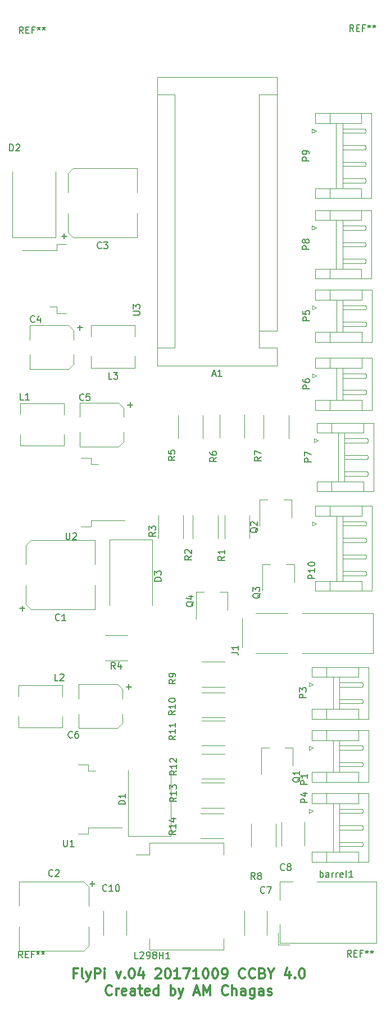
<source format=gbr>
G04 #@! TF.FileFunction,Legend,Top*
%FSLAX46Y46*%
G04 Gerber Fmt 4.6, Leading zero omitted, Abs format (unit mm)*
G04 Created by KiCad (PCBNEW 4.0.7-e2-6376~58~ubuntu16.04.1) date Mon Oct  9 01:06:08 2017*
%MOMM*%
%LPD*%
G01*
G04 APERTURE LIST*
%ADD10C,0.100000*%
%ADD11C,0.300000*%
%ADD12C,0.120000*%
%ADD13C,0.150000*%
G04 APERTURE END LIST*
D10*
D11*
X70837146Y-169952857D02*
X70337146Y-169952857D01*
X70337146Y-170738571D02*
X70337146Y-169238571D01*
X71051432Y-169238571D01*
X71837146Y-170738571D02*
X71694288Y-170667143D01*
X71622860Y-170524286D01*
X71622860Y-169238571D01*
X72265717Y-169738571D02*
X72622860Y-170738571D01*
X72980002Y-169738571D02*
X72622860Y-170738571D01*
X72480002Y-171095714D01*
X72408574Y-171167143D01*
X72265717Y-171238571D01*
X73551431Y-170738571D02*
X73551431Y-169238571D01*
X74122859Y-169238571D01*
X74265717Y-169310000D01*
X74337145Y-169381429D01*
X74408574Y-169524286D01*
X74408574Y-169738571D01*
X74337145Y-169881429D01*
X74265717Y-169952857D01*
X74122859Y-170024286D01*
X73551431Y-170024286D01*
X75051431Y-170738571D02*
X75051431Y-169738571D01*
X75051431Y-169238571D02*
X74980002Y-169310000D01*
X75051431Y-169381429D01*
X75122859Y-169310000D01*
X75051431Y-169238571D01*
X75051431Y-169381429D01*
X76765717Y-169738571D02*
X77122860Y-170738571D01*
X77480002Y-169738571D01*
X78051431Y-170595714D02*
X78122859Y-170667143D01*
X78051431Y-170738571D01*
X77980002Y-170667143D01*
X78051431Y-170595714D01*
X78051431Y-170738571D01*
X79051431Y-169238571D02*
X79194288Y-169238571D01*
X79337145Y-169310000D01*
X79408574Y-169381429D01*
X79480003Y-169524286D01*
X79551431Y-169810000D01*
X79551431Y-170167143D01*
X79480003Y-170452857D01*
X79408574Y-170595714D01*
X79337145Y-170667143D01*
X79194288Y-170738571D01*
X79051431Y-170738571D01*
X78908574Y-170667143D01*
X78837145Y-170595714D01*
X78765717Y-170452857D01*
X78694288Y-170167143D01*
X78694288Y-169810000D01*
X78765717Y-169524286D01*
X78837145Y-169381429D01*
X78908574Y-169310000D01*
X79051431Y-169238571D01*
X80837145Y-169738571D02*
X80837145Y-170738571D01*
X80480002Y-169167143D02*
X80122859Y-170238571D01*
X81051431Y-170238571D01*
X82694287Y-169381429D02*
X82765716Y-169310000D01*
X82908573Y-169238571D01*
X83265716Y-169238571D01*
X83408573Y-169310000D01*
X83480002Y-169381429D01*
X83551430Y-169524286D01*
X83551430Y-169667143D01*
X83480002Y-169881429D01*
X82622859Y-170738571D01*
X83551430Y-170738571D01*
X84480001Y-169238571D02*
X84622858Y-169238571D01*
X84765715Y-169310000D01*
X84837144Y-169381429D01*
X84908573Y-169524286D01*
X84980001Y-169810000D01*
X84980001Y-170167143D01*
X84908573Y-170452857D01*
X84837144Y-170595714D01*
X84765715Y-170667143D01*
X84622858Y-170738571D01*
X84480001Y-170738571D01*
X84337144Y-170667143D01*
X84265715Y-170595714D01*
X84194287Y-170452857D01*
X84122858Y-170167143D01*
X84122858Y-169810000D01*
X84194287Y-169524286D01*
X84265715Y-169381429D01*
X84337144Y-169310000D01*
X84480001Y-169238571D01*
X86408572Y-170738571D02*
X85551429Y-170738571D01*
X85980001Y-170738571D02*
X85980001Y-169238571D01*
X85837144Y-169452857D01*
X85694286Y-169595714D01*
X85551429Y-169667143D01*
X86908572Y-169238571D02*
X87908572Y-169238571D01*
X87265715Y-170738571D01*
X89265714Y-170738571D02*
X88408571Y-170738571D01*
X88837143Y-170738571D02*
X88837143Y-169238571D01*
X88694286Y-169452857D01*
X88551428Y-169595714D01*
X88408571Y-169667143D01*
X90194285Y-169238571D02*
X90337142Y-169238571D01*
X90479999Y-169310000D01*
X90551428Y-169381429D01*
X90622857Y-169524286D01*
X90694285Y-169810000D01*
X90694285Y-170167143D01*
X90622857Y-170452857D01*
X90551428Y-170595714D01*
X90479999Y-170667143D01*
X90337142Y-170738571D01*
X90194285Y-170738571D01*
X90051428Y-170667143D01*
X89979999Y-170595714D01*
X89908571Y-170452857D01*
X89837142Y-170167143D01*
X89837142Y-169810000D01*
X89908571Y-169524286D01*
X89979999Y-169381429D01*
X90051428Y-169310000D01*
X90194285Y-169238571D01*
X91622856Y-169238571D02*
X91765713Y-169238571D01*
X91908570Y-169310000D01*
X91979999Y-169381429D01*
X92051428Y-169524286D01*
X92122856Y-169810000D01*
X92122856Y-170167143D01*
X92051428Y-170452857D01*
X91979999Y-170595714D01*
X91908570Y-170667143D01*
X91765713Y-170738571D01*
X91622856Y-170738571D01*
X91479999Y-170667143D01*
X91408570Y-170595714D01*
X91337142Y-170452857D01*
X91265713Y-170167143D01*
X91265713Y-169810000D01*
X91337142Y-169524286D01*
X91408570Y-169381429D01*
X91479999Y-169310000D01*
X91622856Y-169238571D01*
X92837141Y-170738571D02*
X93122856Y-170738571D01*
X93265713Y-170667143D01*
X93337141Y-170595714D01*
X93479999Y-170381429D01*
X93551427Y-170095714D01*
X93551427Y-169524286D01*
X93479999Y-169381429D01*
X93408570Y-169310000D01*
X93265713Y-169238571D01*
X92979999Y-169238571D01*
X92837141Y-169310000D01*
X92765713Y-169381429D01*
X92694284Y-169524286D01*
X92694284Y-169881429D01*
X92765713Y-170024286D01*
X92837141Y-170095714D01*
X92979999Y-170167143D01*
X93265713Y-170167143D01*
X93408570Y-170095714D01*
X93479999Y-170024286D01*
X93551427Y-169881429D01*
X96194284Y-170595714D02*
X96122855Y-170667143D01*
X95908569Y-170738571D01*
X95765712Y-170738571D01*
X95551427Y-170667143D01*
X95408569Y-170524286D01*
X95337141Y-170381429D01*
X95265712Y-170095714D01*
X95265712Y-169881429D01*
X95337141Y-169595714D01*
X95408569Y-169452857D01*
X95551427Y-169310000D01*
X95765712Y-169238571D01*
X95908569Y-169238571D01*
X96122855Y-169310000D01*
X96194284Y-169381429D01*
X97694284Y-170595714D02*
X97622855Y-170667143D01*
X97408569Y-170738571D01*
X97265712Y-170738571D01*
X97051427Y-170667143D01*
X96908569Y-170524286D01*
X96837141Y-170381429D01*
X96765712Y-170095714D01*
X96765712Y-169881429D01*
X96837141Y-169595714D01*
X96908569Y-169452857D01*
X97051427Y-169310000D01*
X97265712Y-169238571D01*
X97408569Y-169238571D01*
X97622855Y-169310000D01*
X97694284Y-169381429D01*
X98837141Y-169952857D02*
X99051427Y-170024286D01*
X99122855Y-170095714D01*
X99194284Y-170238571D01*
X99194284Y-170452857D01*
X99122855Y-170595714D01*
X99051427Y-170667143D01*
X98908569Y-170738571D01*
X98337141Y-170738571D01*
X98337141Y-169238571D01*
X98837141Y-169238571D01*
X98979998Y-169310000D01*
X99051427Y-169381429D01*
X99122855Y-169524286D01*
X99122855Y-169667143D01*
X99051427Y-169810000D01*
X98979998Y-169881429D01*
X98837141Y-169952857D01*
X98337141Y-169952857D01*
X100122855Y-170024286D02*
X100122855Y-170738571D01*
X99622855Y-169238571D02*
X100122855Y-170024286D01*
X100622855Y-169238571D01*
X102908569Y-169738571D02*
X102908569Y-170738571D01*
X102551426Y-169167143D02*
X102194283Y-170238571D01*
X103122855Y-170238571D01*
X103694283Y-170595714D02*
X103765711Y-170667143D01*
X103694283Y-170738571D01*
X103622854Y-170667143D01*
X103694283Y-170595714D01*
X103694283Y-170738571D01*
X104694283Y-169238571D02*
X104837140Y-169238571D01*
X104979997Y-169310000D01*
X105051426Y-169381429D01*
X105122855Y-169524286D01*
X105194283Y-169810000D01*
X105194283Y-170167143D01*
X105122855Y-170452857D01*
X105051426Y-170595714D01*
X104979997Y-170667143D01*
X104837140Y-170738571D01*
X104694283Y-170738571D01*
X104551426Y-170667143D01*
X104479997Y-170595714D01*
X104408569Y-170452857D01*
X104337140Y-170167143D01*
X104337140Y-169810000D01*
X104408569Y-169524286D01*
X104479997Y-169381429D01*
X104551426Y-169310000D01*
X104694283Y-169238571D01*
X76122858Y-173145714D02*
X76051429Y-173217143D01*
X75837143Y-173288571D01*
X75694286Y-173288571D01*
X75480001Y-173217143D01*
X75337143Y-173074286D01*
X75265715Y-172931429D01*
X75194286Y-172645714D01*
X75194286Y-172431429D01*
X75265715Y-172145714D01*
X75337143Y-172002857D01*
X75480001Y-171860000D01*
X75694286Y-171788571D01*
X75837143Y-171788571D01*
X76051429Y-171860000D01*
X76122858Y-171931429D01*
X76765715Y-173288571D02*
X76765715Y-172288571D01*
X76765715Y-172574286D02*
X76837143Y-172431429D01*
X76908572Y-172360000D01*
X77051429Y-172288571D01*
X77194286Y-172288571D01*
X78265714Y-173217143D02*
X78122857Y-173288571D01*
X77837143Y-173288571D01*
X77694286Y-173217143D01*
X77622857Y-173074286D01*
X77622857Y-172502857D01*
X77694286Y-172360000D01*
X77837143Y-172288571D01*
X78122857Y-172288571D01*
X78265714Y-172360000D01*
X78337143Y-172502857D01*
X78337143Y-172645714D01*
X77622857Y-172788571D01*
X79622857Y-173288571D02*
X79622857Y-172502857D01*
X79551428Y-172360000D01*
X79408571Y-172288571D01*
X79122857Y-172288571D01*
X78980000Y-172360000D01*
X79622857Y-173217143D02*
X79480000Y-173288571D01*
X79122857Y-173288571D01*
X78980000Y-173217143D01*
X78908571Y-173074286D01*
X78908571Y-172931429D01*
X78980000Y-172788571D01*
X79122857Y-172717143D01*
X79480000Y-172717143D01*
X79622857Y-172645714D01*
X80122857Y-172288571D02*
X80694286Y-172288571D01*
X80337143Y-171788571D02*
X80337143Y-173074286D01*
X80408571Y-173217143D01*
X80551429Y-173288571D01*
X80694286Y-173288571D01*
X81765714Y-173217143D02*
X81622857Y-173288571D01*
X81337143Y-173288571D01*
X81194286Y-173217143D01*
X81122857Y-173074286D01*
X81122857Y-172502857D01*
X81194286Y-172360000D01*
X81337143Y-172288571D01*
X81622857Y-172288571D01*
X81765714Y-172360000D01*
X81837143Y-172502857D01*
X81837143Y-172645714D01*
X81122857Y-172788571D01*
X83122857Y-173288571D02*
X83122857Y-171788571D01*
X83122857Y-173217143D02*
X82980000Y-173288571D01*
X82694286Y-173288571D01*
X82551428Y-173217143D01*
X82480000Y-173145714D01*
X82408571Y-173002857D01*
X82408571Y-172574286D01*
X82480000Y-172431429D01*
X82551428Y-172360000D01*
X82694286Y-172288571D01*
X82980000Y-172288571D01*
X83122857Y-172360000D01*
X84980000Y-173288571D02*
X84980000Y-171788571D01*
X84980000Y-172360000D02*
X85122857Y-172288571D01*
X85408571Y-172288571D01*
X85551428Y-172360000D01*
X85622857Y-172431429D01*
X85694286Y-172574286D01*
X85694286Y-173002857D01*
X85622857Y-173145714D01*
X85551428Y-173217143D01*
X85408571Y-173288571D01*
X85122857Y-173288571D01*
X84980000Y-173217143D01*
X86194286Y-172288571D02*
X86551429Y-173288571D01*
X86908571Y-172288571D02*
X86551429Y-173288571D01*
X86408571Y-173645714D01*
X86337143Y-173717143D01*
X86194286Y-173788571D01*
X88551428Y-172860000D02*
X89265714Y-172860000D01*
X88408571Y-173288571D02*
X88908571Y-171788571D01*
X89408571Y-173288571D01*
X89908571Y-173288571D02*
X89908571Y-171788571D01*
X90408571Y-172860000D01*
X90908571Y-171788571D01*
X90908571Y-173288571D01*
X93622857Y-173145714D02*
X93551428Y-173217143D01*
X93337142Y-173288571D01*
X93194285Y-173288571D01*
X92980000Y-173217143D01*
X92837142Y-173074286D01*
X92765714Y-172931429D01*
X92694285Y-172645714D01*
X92694285Y-172431429D01*
X92765714Y-172145714D01*
X92837142Y-172002857D01*
X92980000Y-171860000D01*
X93194285Y-171788571D01*
X93337142Y-171788571D01*
X93551428Y-171860000D01*
X93622857Y-171931429D01*
X94265714Y-173288571D02*
X94265714Y-171788571D01*
X94908571Y-173288571D02*
X94908571Y-172502857D01*
X94837142Y-172360000D01*
X94694285Y-172288571D01*
X94480000Y-172288571D01*
X94337142Y-172360000D01*
X94265714Y-172431429D01*
X96265714Y-173288571D02*
X96265714Y-172502857D01*
X96194285Y-172360000D01*
X96051428Y-172288571D01*
X95765714Y-172288571D01*
X95622857Y-172360000D01*
X96265714Y-173217143D02*
X96122857Y-173288571D01*
X95765714Y-173288571D01*
X95622857Y-173217143D01*
X95551428Y-173074286D01*
X95551428Y-172931429D01*
X95622857Y-172788571D01*
X95765714Y-172717143D01*
X96122857Y-172717143D01*
X96265714Y-172645714D01*
X97622857Y-172288571D02*
X97622857Y-173502857D01*
X97551428Y-173645714D01*
X97480000Y-173717143D01*
X97337143Y-173788571D01*
X97122857Y-173788571D01*
X96980000Y-173717143D01*
X97622857Y-173217143D02*
X97480000Y-173288571D01*
X97194286Y-173288571D01*
X97051428Y-173217143D01*
X96980000Y-173145714D01*
X96908571Y-173002857D01*
X96908571Y-172574286D01*
X96980000Y-172431429D01*
X97051428Y-172360000D01*
X97194286Y-172288571D01*
X97480000Y-172288571D01*
X97622857Y-172360000D01*
X98980000Y-173288571D02*
X98980000Y-172502857D01*
X98908571Y-172360000D01*
X98765714Y-172288571D01*
X98480000Y-172288571D01*
X98337143Y-172360000D01*
X98980000Y-173217143D02*
X98837143Y-173288571D01*
X98480000Y-173288571D01*
X98337143Y-173217143D01*
X98265714Y-173074286D01*
X98265714Y-172931429D01*
X98337143Y-172788571D01*
X98480000Y-172717143D01*
X98837143Y-172717143D01*
X98980000Y-172645714D01*
X99622857Y-173217143D02*
X99765714Y-173288571D01*
X100051429Y-173288571D01*
X100194286Y-173217143D01*
X100265714Y-173074286D01*
X100265714Y-173002857D01*
X100194286Y-172860000D01*
X100051429Y-172788571D01*
X99837143Y-172788571D01*
X99694286Y-172717143D01*
X99622857Y-172574286D01*
X99622857Y-172502857D01*
X99694286Y-172360000D01*
X99837143Y-172288571D01*
X100051429Y-172288571D01*
X100194286Y-172360000D01*
D12*
X98330000Y-73330000D02*
X98330000Y-75870000D01*
X98330000Y-75870000D02*
X101000000Y-75870000D01*
X101000000Y-73330000D02*
X101000000Y-35100000D01*
X101000000Y-78540000D02*
X101000000Y-75870000D01*
X85630000Y-75870000D02*
X82960000Y-75870000D01*
X85630000Y-75870000D02*
X85630000Y-37770000D01*
X85630000Y-37770000D02*
X82960000Y-37770000D01*
X98330000Y-73330000D02*
X101000000Y-73330000D01*
X98330000Y-73330000D02*
X98330000Y-37770000D01*
X98330000Y-37770000D02*
X101000000Y-37770000D01*
X101000000Y-35100000D02*
X82960000Y-35100000D01*
X82960000Y-35100000D02*
X82960000Y-78540000D01*
X82960000Y-78540000D02*
X101000000Y-78540000D01*
X107000000Y-156200000D02*
X116000000Y-156200000D01*
X116000000Y-156200000D02*
X116000000Y-165400000D01*
X116000000Y-165400000D02*
X101400000Y-165400000D01*
X101400000Y-165400000D02*
X101400000Y-162600000D01*
X101400000Y-159000000D02*
X101400000Y-156200000D01*
X101400000Y-156200000D02*
X103400000Y-156200000D01*
X102900000Y-165640000D02*
X101160000Y-165640000D01*
X101160000Y-165640000D02*
X101160000Y-163900000D01*
X63190000Y-105550000D02*
X63190000Y-108440000D01*
X63190000Y-114450000D02*
X63190000Y-111560000D01*
X73610000Y-115210000D02*
X73610000Y-111560000D01*
X73610000Y-104790000D02*
X73610000Y-108440000D01*
X73610000Y-115210000D02*
X63950000Y-115210000D01*
X63950000Y-115210000D02*
X63190000Y-114450000D01*
X63190000Y-105550000D02*
X63950000Y-104790000D01*
X63950000Y-104790000D02*
X73610000Y-104790000D01*
X72610000Y-165850000D02*
X72610000Y-162960000D01*
X72610000Y-156950000D02*
X72610000Y-159840000D01*
X62190000Y-156190000D02*
X62190000Y-159840000D01*
X62190000Y-166610000D02*
X62190000Y-162960000D01*
X62190000Y-156190000D02*
X71850000Y-156190000D01*
X71850000Y-156190000D02*
X72610000Y-156950000D01*
X72610000Y-165850000D02*
X71850000Y-166610000D01*
X71850000Y-166610000D02*
X62190000Y-166610000D01*
X69515000Y-49575000D02*
X69515000Y-52465000D01*
X69515000Y-58475000D02*
X69515000Y-55585000D01*
X79935000Y-59235000D02*
X79935000Y-55585000D01*
X79935000Y-48815000D02*
X79935000Y-52465000D01*
X79935000Y-59235000D02*
X70275000Y-59235000D01*
X70275000Y-59235000D02*
X69515000Y-58475000D01*
X69515000Y-49575000D02*
X70275000Y-48815000D01*
X70275000Y-48815000D02*
X79935000Y-48815000D01*
X63750000Y-72450000D02*
X63750000Y-74630000D01*
X63750000Y-79050000D02*
X63750000Y-76870000D01*
X70350000Y-73210000D02*
X70350000Y-74630000D01*
X70350000Y-78290000D02*
X70350000Y-76870000D01*
X63750000Y-72450000D02*
X69590000Y-72450000D01*
X69590000Y-72450000D02*
X70350000Y-73210000D01*
X70350000Y-78290000D02*
X69590000Y-79050000D01*
X69590000Y-79050000D02*
X63750000Y-79050000D01*
X71300000Y-84100000D02*
X71300000Y-86280000D01*
X71300000Y-90700000D02*
X71300000Y-88520000D01*
X77900000Y-84860000D02*
X77900000Y-86280000D01*
X77900000Y-89940000D02*
X77900000Y-88520000D01*
X71300000Y-84100000D02*
X77140000Y-84100000D01*
X77140000Y-84100000D02*
X77900000Y-84860000D01*
X77900000Y-89940000D02*
X77140000Y-90700000D01*
X77140000Y-90700000D02*
X71300000Y-90700000D01*
X71100000Y-126500000D02*
X71100000Y-128680000D01*
X71100000Y-133100000D02*
X71100000Y-130920000D01*
X77700000Y-127260000D02*
X77700000Y-128680000D01*
X77700000Y-132340000D02*
X77700000Y-130920000D01*
X71100000Y-126500000D02*
X76940000Y-126500000D01*
X76940000Y-126500000D02*
X77700000Y-127260000D01*
X77700000Y-132340000D02*
X76940000Y-133100000D01*
X76940000Y-133100000D02*
X71100000Y-133100000D01*
X85050000Y-149300000D02*
X78550000Y-149300000D01*
X85050000Y-149300000D02*
X85050000Y-139400000D01*
X78550000Y-149300000D02*
X78550000Y-139400000D01*
X67675000Y-59250000D02*
X61175000Y-59250000D01*
X67675000Y-59250000D02*
X67675000Y-49350000D01*
X61175000Y-59250000D02*
X61175000Y-49350000D01*
X75750000Y-104700000D02*
X82250000Y-104700000D01*
X75750000Y-104700000D02*
X75750000Y-114600000D01*
X82250000Y-104700000D02*
X82250000Y-114600000D01*
X68900000Y-88900000D02*
X68900000Y-90600000D01*
X68900000Y-90600000D02*
X62300000Y-90600000D01*
X62300000Y-90600000D02*
X62300000Y-88900000D01*
X62300000Y-85900000D02*
X62300000Y-84200000D01*
X62300000Y-84200000D02*
X68900000Y-84200000D01*
X68900000Y-84200000D02*
X68900000Y-85900000D01*
X68700000Y-131300000D02*
X68700000Y-133000000D01*
X68700000Y-133000000D02*
X62100000Y-133000000D01*
X62100000Y-133000000D02*
X62100000Y-131300000D01*
X62100000Y-128300000D02*
X62100000Y-126600000D01*
X62100000Y-126600000D02*
X68700000Y-126600000D01*
X68700000Y-126600000D02*
X68700000Y-128300000D01*
X73000000Y-74150000D02*
X73000000Y-72450000D01*
X73000000Y-72450000D02*
X79600000Y-72450000D01*
X79600000Y-72450000D02*
X79600000Y-74150000D01*
X79600000Y-77150000D02*
X79600000Y-78850000D01*
X79600000Y-78850000D02*
X73000000Y-78850000D01*
X73000000Y-78850000D02*
X73000000Y-77150000D01*
X93000000Y-150350000D02*
X93000000Y-152100000D01*
X93000000Y-166450000D02*
X93000000Y-164700000D01*
X93000000Y-166450000D02*
X81800000Y-166450000D01*
X81800000Y-166450000D02*
X81800000Y-164700000D01*
X81800000Y-150350000D02*
X81800000Y-152100000D01*
X81800000Y-152100000D02*
X79800000Y-152100000D01*
X93000000Y-150350000D02*
X81800000Y-150350000D01*
X108500000Y-134900000D02*
X106300000Y-134900000D01*
X106300000Y-134900000D02*
X106300000Y-133400000D01*
X106300000Y-133400000D02*
X114800000Y-133400000D01*
X114800000Y-133400000D02*
X114800000Y-141200000D01*
X114800000Y-141200000D02*
X106300000Y-141200000D01*
X106300000Y-141200000D02*
X106300000Y-139700000D01*
X106300000Y-139700000D02*
X108500000Y-139700000D01*
X113300000Y-133400000D02*
X113300000Y-134900000D01*
X113300000Y-134900000D02*
X108500000Y-134900000D01*
X108500000Y-134900000D02*
X108500000Y-133400000D01*
X113300000Y-141200000D02*
X113300000Y-139700000D01*
X113300000Y-139700000D02*
X108500000Y-139700000D01*
X108500000Y-139700000D02*
X108500000Y-141200000D01*
X110450000Y-134900000D02*
X110450000Y-139700000D01*
X109450000Y-134900000D02*
X109450000Y-139700000D01*
X110450000Y-136050000D02*
X110450000Y-135730000D01*
X110450000Y-135730000D02*
X113870000Y-135730000D01*
X113870000Y-135730000D02*
X113950000Y-136050000D01*
X113950000Y-136050000D02*
X113870000Y-136370000D01*
X113870000Y-136370000D02*
X110450000Y-136370000D01*
X110450000Y-136370000D02*
X110450000Y-136050000D01*
X110450000Y-138550000D02*
X110450000Y-138230000D01*
X110450000Y-138230000D02*
X113870000Y-138230000D01*
X113870000Y-138230000D02*
X113950000Y-138550000D01*
X113950000Y-138550000D02*
X113870000Y-138870000D01*
X113870000Y-138870000D02*
X110450000Y-138870000D01*
X110450000Y-138870000D02*
X110450000Y-138550000D01*
X106450000Y-136050000D02*
X105850000Y-135750000D01*
X105850000Y-135750000D02*
X105850000Y-136350000D01*
X105850000Y-136350000D02*
X106450000Y-136050000D01*
X108500000Y-125400000D02*
X106300000Y-125400000D01*
X106300000Y-125400000D02*
X106300000Y-123900000D01*
X106300000Y-123900000D02*
X114800000Y-123900000D01*
X114800000Y-123900000D02*
X114800000Y-131700000D01*
X114800000Y-131700000D02*
X106300000Y-131700000D01*
X106300000Y-131700000D02*
X106300000Y-130200000D01*
X106300000Y-130200000D02*
X108500000Y-130200000D01*
X113300000Y-123900000D02*
X113300000Y-125400000D01*
X113300000Y-125400000D02*
X108500000Y-125400000D01*
X108500000Y-125400000D02*
X108500000Y-123900000D01*
X113300000Y-131700000D02*
X113300000Y-130200000D01*
X113300000Y-130200000D02*
X108500000Y-130200000D01*
X108500000Y-130200000D02*
X108500000Y-131700000D01*
X110450000Y-125400000D02*
X110450000Y-130200000D01*
X109450000Y-125400000D02*
X109450000Y-130200000D01*
X110450000Y-126550000D02*
X110450000Y-126230000D01*
X110450000Y-126230000D02*
X113870000Y-126230000D01*
X113870000Y-126230000D02*
X113950000Y-126550000D01*
X113950000Y-126550000D02*
X113870000Y-126870000D01*
X113870000Y-126870000D02*
X110450000Y-126870000D01*
X110450000Y-126870000D02*
X110450000Y-126550000D01*
X110450000Y-129050000D02*
X110450000Y-128730000D01*
X110450000Y-128730000D02*
X113870000Y-128730000D01*
X113870000Y-128730000D02*
X113950000Y-129050000D01*
X113950000Y-129050000D02*
X113870000Y-129370000D01*
X113870000Y-129370000D02*
X110450000Y-129370000D01*
X110450000Y-129370000D02*
X110450000Y-129050000D01*
X106450000Y-126550000D02*
X105850000Y-126250000D01*
X105850000Y-126250000D02*
X105850000Y-126850000D01*
X105850000Y-126850000D02*
X106450000Y-126550000D01*
X108500000Y-144400000D02*
X106300000Y-144400000D01*
X106300000Y-144400000D02*
X106300000Y-142900000D01*
X106300000Y-142900000D02*
X114800000Y-142900000D01*
X114800000Y-142900000D02*
X114800000Y-153200000D01*
X114800000Y-153200000D02*
X106300000Y-153200000D01*
X106300000Y-153200000D02*
X106300000Y-151700000D01*
X106300000Y-151700000D02*
X108500000Y-151700000D01*
X113300000Y-142900000D02*
X113300000Y-144400000D01*
X113300000Y-144400000D02*
X108500000Y-144400000D01*
X108500000Y-144400000D02*
X108500000Y-142900000D01*
X113300000Y-153200000D02*
X113300000Y-151700000D01*
X113300000Y-151700000D02*
X108500000Y-151700000D01*
X108500000Y-151700000D02*
X108500000Y-153200000D01*
X110450000Y-144400000D02*
X110450000Y-151700000D01*
X109450000Y-144400000D02*
X109450000Y-151700000D01*
X110450000Y-145550000D02*
X110450000Y-145230000D01*
X110450000Y-145230000D02*
X113870000Y-145230000D01*
X113870000Y-145230000D02*
X113950000Y-145550000D01*
X113950000Y-145550000D02*
X113870000Y-145870000D01*
X113870000Y-145870000D02*
X110450000Y-145870000D01*
X110450000Y-145870000D02*
X110450000Y-145550000D01*
X110450000Y-148050000D02*
X110450000Y-147730000D01*
X110450000Y-147730000D02*
X113870000Y-147730000D01*
X113870000Y-147730000D02*
X113950000Y-148050000D01*
X113950000Y-148050000D02*
X113870000Y-148370000D01*
X113870000Y-148370000D02*
X110450000Y-148370000D01*
X110450000Y-148370000D02*
X110450000Y-148050000D01*
X110450000Y-150550000D02*
X110450000Y-150230000D01*
X110450000Y-150230000D02*
X113870000Y-150230000D01*
X113870000Y-150230000D02*
X113950000Y-150550000D01*
X113950000Y-150550000D02*
X113870000Y-150870000D01*
X113870000Y-150870000D02*
X110450000Y-150870000D01*
X110450000Y-150870000D02*
X110450000Y-150550000D01*
X106450000Y-145550000D02*
X105850000Y-145250000D01*
X105850000Y-145250000D02*
X105850000Y-145850000D01*
X105850000Y-145850000D02*
X106450000Y-145550000D01*
X109000000Y-68650000D02*
X106800000Y-68650000D01*
X106800000Y-68650000D02*
X106800000Y-67150000D01*
X106800000Y-67150000D02*
X115300000Y-67150000D01*
X115300000Y-67150000D02*
X115300000Y-74950000D01*
X115300000Y-74950000D02*
X106800000Y-74950000D01*
X106800000Y-74950000D02*
X106800000Y-73450000D01*
X106800000Y-73450000D02*
X109000000Y-73450000D01*
X113800000Y-67150000D02*
X113800000Y-68650000D01*
X113800000Y-68650000D02*
X109000000Y-68650000D01*
X109000000Y-68650000D02*
X109000000Y-67150000D01*
X113800000Y-74950000D02*
X113800000Y-73450000D01*
X113800000Y-73450000D02*
X109000000Y-73450000D01*
X109000000Y-73450000D02*
X109000000Y-74950000D01*
X110950000Y-68650000D02*
X110950000Y-73450000D01*
X109950000Y-68650000D02*
X109950000Y-73450000D01*
X110950000Y-69800000D02*
X110950000Y-69480000D01*
X110950000Y-69480000D02*
X114370000Y-69480000D01*
X114370000Y-69480000D02*
X114450000Y-69800000D01*
X114450000Y-69800000D02*
X114370000Y-70120000D01*
X114370000Y-70120000D02*
X110950000Y-70120000D01*
X110950000Y-70120000D02*
X110950000Y-69800000D01*
X110950000Y-72300000D02*
X110950000Y-71980000D01*
X110950000Y-71980000D02*
X114370000Y-71980000D01*
X114370000Y-71980000D02*
X114450000Y-72300000D01*
X114450000Y-72300000D02*
X114370000Y-72620000D01*
X114370000Y-72620000D02*
X110950000Y-72620000D01*
X110950000Y-72620000D02*
X110950000Y-72300000D01*
X106950000Y-69800000D02*
X106350000Y-69500000D01*
X106350000Y-69500000D02*
X106350000Y-70100000D01*
X106350000Y-70100000D02*
X106950000Y-69800000D01*
X109000000Y-78900000D02*
X106800000Y-78900000D01*
X106800000Y-78900000D02*
X106800000Y-77400000D01*
X106800000Y-77400000D02*
X115300000Y-77400000D01*
X115300000Y-77400000D02*
X115300000Y-85200000D01*
X115300000Y-85200000D02*
X106800000Y-85200000D01*
X106800000Y-85200000D02*
X106800000Y-83700000D01*
X106800000Y-83700000D02*
X109000000Y-83700000D01*
X113800000Y-77400000D02*
X113800000Y-78900000D01*
X113800000Y-78900000D02*
X109000000Y-78900000D01*
X109000000Y-78900000D02*
X109000000Y-77400000D01*
X113800000Y-85200000D02*
X113800000Y-83700000D01*
X113800000Y-83700000D02*
X109000000Y-83700000D01*
X109000000Y-83700000D02*
X109000000Y-85200000D01*
X110950000Y-78900000D02*
X110950000Y-83700000D01*
X109950000Y-78900000D02*
X109950000Y-83700000D01*
X110950000Y-80050000D02*
X110950000Y-79730000D01*
X110950000Y-79730000D02*
X114370000Y-79730000D01*
X114370000Y-79730000D02*
X114450000Y-80050000D01*
X114450000Y-80050000D02*
X114370000Y-80370000D01*
X114370000Y-80370000D02*
X110950000Y-80370000D01*
X110950000Y-80370000D02*
X110950000Y-80050000D01*
X110950000Y-82550000D02*
X110950000Y-82230000D01*
X110950000Y-82230000D02*
X114370000Y-82230000D01*
X114370000Y-82230000D02*
X114450000Y-82550000D01*
X114450000Y-82550000D02*
X114370000Y-82870000D01*
X114370000Y-82870000D02*
X110950000Y-82870000D01*
X110950000Y-82870000D02*
X110950000Y-82550000D01*
X106950000Y-80050000D02*
X106350000Y-79750000D01*
X106350000Y-79750000D02*
X106350000Y-80350000D01*
X106350000Y-80350000D02*
X106950000Y-80050000D01*
X109250000Y-88650000D02*
X107050000Y-88650000D01*
X107050000Y-88650000D02*
X107050000Y-87150000D01*
X107050000Y-87150000D02*
X115550000Y-87150000D01*
X115550000Y-87150000D02*
X115550000Y-97450000D01*
X115550000Y-97450000D02*
X107050000Y-97450000D01*
X107050000Y-97450000D02*
X107050000Y-95950000D01*
X107050000Y-95950000D02*
X109250000Y-95950000D01*
X114050000Y-87150000D02*
X114050000Y-88650000D01*
X114050000Y-88650000D02*
X109250000Y-88650000D01*
X109250000Y-88650000D02*
X109250000Y-87150000D01*
X114050000Y-97450000D02*
X114050000Y-95950000D01*
X114050000Y-95950000D02*
X109250000Y-95950000D01*
X109250000Y-95950000D02*
X109250000Y-97450000D01*
X111200000Y-88650000D02*
X111200000Y-95950000D01*
X110200000Y-88650000D02*
X110200000Y-95950000D01*
X111200000Y-89800000D02*
X111200000Y-89480000D01*
X111200000Y-89480000D02*
X114620000Y-89480000D01*
X114620000Y-89480000D02*
X114700000Y-89800000D01*
X114700000Y-89800000D02*
X114620000Y-90120000D01*
X114620000Y-90120000D02*
X111200000Y-90120000D01*
X111200000Y-90120000D02*
X111200000Y-89800000D01*
X111200000Y-92300000D02*
X111200000Y-91980000D01*
X111200000Y-91980000D02*
X114620000Y-91980000D01*
X114620000Y-91980000D02*
X114700000Y-92300000D01*
X114700000Y-92300000D02*
X114620000Y-92620000D01*
X114620000Y-92620000D02*
X111200000Y-92620000D01*
X111200000Y-92620000D02*
X111200000Y-92300000D01*
X111200000Y-94800000D02*
X111200000Y-94480000D01*
X111200000Y-94480000D02*
X114620000Y-94480000D01*
X114620000Y-94480000D02*
X114700000Y-94800000D01*
X114700000Y-94800000D02*
X114620000Y-95120000D01*
X114620000Y-95120000D02*
X111200000Y-95120000D01*
X111200000Y-95120000D02*
X111200000Y-94800000D01*
X107200000Y-89800000D02*
X106600000Y-89500000D01*
X106600000Y-89500000D02*
X106600000Y-90100000D01*
X106600000Y-90100000D02*
X107200000Y-89800000D01*
X108950000Y-56650000D02*
X106750000Y-56650000D01*
X106750000Y-56650000D02*
X106750000Y-55150000D01*
X106750000Y-55150000D02*
X115250000Y-55150000D01*
X115250000Y-55150000D02*
X115250000Y-65450000D01*
X115250000Y-65450000D02*
X106750000Y-65450000D01*
X106750000Y-65450000D02*
X106750000Y-63950000D01*
X106750000Y-63950000D02*
X108950000Y-63950000D01*
X113750000Y-55150000D02*
X113750000Y-56650000D01*
X113750000Y-56650000D02*
X108950000Y-56650000D01*
X108950000Y-56650000D02*
X108950000Y-55150000D01*
X113750000Y-65450000D02*
X113750000Y-63950000D01*
X113750000Y-63950000D02*
X108950000Y-63950000D01*
X108950000Y-63950000D02*
X108950000Y-65450000D01*
X110900000Y-56650000D02*
X110900000Y-63950000D01*
X109900000Y-56650000D02*
X109900000Y-63950000D01*
X110900000Y-57800000D02*
X110900000Y-57480000D01*
X110900000Y-57480000D02*
X114320000Y-57480000D01*
X114320000Y-57480000D02*
X114400000Y-57800000D01*
X114400000Y-57800000D02*
X114320000Y-58120000D01*
X114320000Y-58120000D02*
X110900000Y-58120000D01*
X110900000Y-58120000D02*
X110900000Y-57800000D01*
X110900000Y-60300000D02*
X110900000Y-59980000D01*
X110900000Y-59980000D02*
X114320000Y-59980000D01*
X114320000Y-59980000D02*
X114400000Y-60300000D01*
X114400000Y-60300000D02*
X114320000Y-60620000D01*
X114320000Y-60620000D02*
X110900000Y-60620000D01*
X110900000Y-60620000D02*
X110900000Y-60300000D01*
X110900000Y-62800000D02*
X110900000Y-62480000D01*
X110900000Y-62480000D02*
X114320000Y-62480000D01*
X114320000Y-62480000D02*
X114400000Y-62800000D01*
X114400000Y-62800000D02*
X114320000Y-63120000D01*
X114320000Y-63120000D02*
X110900000Y-63120000D01*
X110900000Y-63120000D02*
X110900000Y-62800000D01*
X106900000Y-57800000D02*
X106300000Y-57500000D01*
X106300000Y-57500000D02*
X106300000Y-58100000D01*
X106300000Y-58100000D02*
X106900000Y-57800000D01*
X108950000Y-42050000D02*
X106750000Y-42050000D01*
X106750000Y-42050000D02*
X106750000Y-40550000D01*
X106750000Y-40550000D02*
X115250000Y-40550000D01*
X115250000Y-40550000D02*
X115250000Y-53350000D01*
X115250000Y-53350000D02*
X106750000Y-53350000D01*
X106750000Y-53350000D02*
X106750000Y-51850000D01*
X106750000Y-51850000D02*
X108950000Y-51850000D01*
X113750000Y-40550000D02*
X113750000Y-42050000D01*
X113750000Y-42050000D02*
X108950000Y-42050000D01*
X108950000Y-42050000D02*
X108950000Y-40550000D01*
X113750000Y-53350000D02*
X113750000Y-51850000D01*
X113750000Y-51850000D02*
X108950000Y-51850000D01*
X108950000Y-51850000D02*
X108950000Y-53350000D01*
X110900000Y-42050000D02*
X110900000Y-51850000D01*
X109900000Y-42050000D02*
X109900000Y-51850000D01*
X110900000Y-43200000D02*
X110900000Y-42880000D01*
X110900000Y-42880000D02*
X114320000Y-42880000D01*
X114320000Y-42880000D02*
X114400000Y-43200000D01*
X114400000Y-43200000D02*
X114320000Y-43520000D01*
X114320000Y-43520000D02*
X110900000Y-43520000D01*
X110900000Y-43520000D02*
X110900000Y-43200000D01*
X110900000Y-45700000D02*
X110900000Y-45380000D01*
X110900000Y-45380000D02*
X114320000Y-45380000D01*
X114320000Y-45380000D02*
X114400000Y-45700000D01*
X114400000Y-45700000D02*
X114320000Y-46020000D01*
X114320000Y-46020000D02*
X110900000Y-46020000D01*
X110900000Y-46020000D02*
X110900000Y-45700000D01*
X110900000Y-48200000D02*
X110900000Y-47880000D01*
X110900000Y-47880000D02*
X114320000Y-47880000D01*
X114320000Y-47880000D02*
X114400000Y-48200000D01*
X114400000Y-48200000D02*
X114320000Y-48520000D01*
X114320000Y-48520000D02*
X110900000Y-48520000D01*
X110900000Y-48520000D02*
X110900000Y-48200000D01*
X110900000Y-50700000D02*
X110900000Y-50380000D01*
X110900000Y-50380000D02*
X114320000Y-50380000D01*
X114320000Y-50380000D02*
X114400000Y-50700000D01*
X114400000Y-50700000D02*
X114320000Y-51020000D01*
X114320000Y-51020000D02*
X110900000Y-51020000D01*
X110900000Y-51020000D02*
X110900000Y-50700000D01*
X106900000Y-43200000D02*
X106300000Y-42900000D01*
X106300000Y-42900000D02*
X106300000Y-43500000D01*
X106300000Y-43500000D02*
X106900000Y-43200000D01*
X109000000Y-101150000D02*
X106800000Y-101150000D01*
X106800000Y-101150000D02*
X106800000Y-99650000D01*
X106800000Y-99650000D02*
X115300000Y-99650000D01*
X115300000Y-99650000D02*
X115300000Y-112450000D01*
X115300000Y-112450000D02*
X106800000Y-112450000D01*
X106800000Y-112450000D02*
X106800000Y-110950000D01*
X106800000Y-110950000D02*
X109000000Y-110950000D01*
X113800000Y-99650000D02*
X113800000Y-101150000D01*
X113800000Y-101150000D02*
X109000000Y-101150000D01*
X109000000Y-101150000D02*
X109000000Y-99650000D01*
X113800000Y-112450000D02*
X113800000Y-110950000D01*
X113800000Y-110950000D02*
X109000000Y-110950000D01*
X109000000Y-110950000D02*
X109000000Y-112450000D01*
X110950000Y-101150000D02*
X110950000Y-110950000D01*
X109950000Y-101150000D02*
X109950000Y-110950000D01*
X110950000Y-102300000D02*
X110950000Y-101980000D01*
X110950000Y-101980000D02*
X114370000Y-101980000D01*
X114370000Y-101980000D02*
X114450000Y-102300000D01*
X114450000Y-102300000D02*
X114370000Y-102620000D01*
X114370000Y-102620000D02*
X110950000Y-102620000D01*
X110950000Y-102620000D02*
X110950000Y-102300000D01*
X110950000Y-104800000D02*
X110950000Y-104480000D01*
X110950000Y-104480000D02*
X114370000Y-104480000D01*
X114370000Y-104480000D02*
X114450000Y-104800000D01*
X114450000Y-104800000D02*
X114370000Y-105120000D01*
X114370000Y-105120000D02*
X110950000Y-105120000D01*
X110950000Y-105120000D02*
X110950000Y-104800000D01*
X110950000Y-107300000D02*
X110950000Y-106980000D01*
X110950000Y-106980000D02*
X114370000Y-106980000D01*
X114370000Y-106980000D02*
X114450000Y-107300000D01*
X114450000Y-107300000D02*
X114370000Y-107620000D01*
X114370000Y-107620000D02*
X110950000Y-107620000D01*
X110950000Y-107620000D02*
X110950000Y-107300000D01*
X110950000Y-109800000D02*
X110950000Y-109480000D01*
X110950000Y-109480000D02*
X114370000Y-109480000D01*
X114370000Y-109480000D02*
X114450000Y-109800000D01*
X114450000Y-109800000D02*
X114370000Y-110120000D01*
X114370000Y-110120000D02*
X110950000Y-110120000D01*
X110950000Y-110120000D02*
X110950000Y-109800000D01*
X106950000Y-102300000D02*
X106350000Y-102000000D01*
X106350000Y-102000000D02*
X106350000Y-102600000D01*
X106350000Y-102600000D02*
X106950000Y-102300000D01*
X102200000Y-136020000D02*
X103400000Y-136020000D01*
X103400000Y-136020000D02*
X103400000Y-138720000D01*
X98600000Y-140020000D02*
X98600000Y-136020000D01*
X98600000Y-136020000D02*
X99800000Y-136020000D01*
X102000000Y-98720000D02*
X103200000Y-98720000D01*
X103200000Y-98720000D02*
X103200000Y-101420000D01*
X98400000Y-102720000D02*
X98400000Y-98720000D01*
X98400000Y-98720000D02*
X99600000Y-98720000D01*
X102400000Y-108420000D02*
X103600000Y-108420000D01*
X103600000Y-108420000D02*
X103600000Y-111120000D01*
X98800000Y-112420000D02*
X98800000Y-108420000D01*
X98800000Y-108420000D02*
X100000000Y-108420000D01*
X92400000Y-112620000D02*
X93600000Y-112620000D01*
X93600000Y-112620000D02*
X93600000Y-115320000D01*
X88800000Y-116620000D02*
X88800000Y-112620000D01*
X88800000Y-112620000D02*
X90000000Y-112620000D01*
X93130000Y-123120000D02*
X89670000Y-123120000D01*
X93130000Y-126880000D02*
X89670000Y-126880000D01*
X93130000Y-127720000D02*
X89670000Y-127720000D01*
X93130000Y-131480000D02*
X89670000Y-131480000D01*
X93130000Y-131970000D02*
X89670000Y-131970000D01*
X93130000Y-135730000D02*
X89670000Y-135730000D01*
X93130000Y-136970000D02*
X89670000Y-136970000D01*
X93130000Y-140730000D02*
X89670000Y-140730000D01*
X93030000Y-141320000D02*
X89570000Y-141320000D01*
X93030000Y-145080000D02*
X89570000Y-145080000D01*
X92930000Y-145920000D02*
X89470000Y-145920000D01*
X92930000Y-149680000D02*
X89470000Y-149680000D01*
X71050000Y-149000000D02*
X72550000Y-149000000D01*
X72550000Y-149000000D02*
X72550000Y-148050000D01*
X72550000Y-148050000D02*
X77675000Y-148050000D01*
X71050000Y-138600000D02*
X72550000Y-138600000D01*
X72550000Y-138600000D02*
X72550000Y-139550000D01*
X72550000Y-139550000D02*
X73650000Y-139550000D01*
X71450000Y-102800000D02*
X72950000Y-102800000D01*
X72950000Y-102800000D02*
X72950000Y-101850000D01*
X72950000Y-101850000D02*
X78075000Y-101850000D01*
X71450000Y-92400000D02*
X72950000Y-92400000D01*
X72950000Y-92400000D02*
X72950000Y-93350000D01*
X72950000Y-93350000D02*
X74050000Y-93350000D01*
X69300000Y-60250000D02*
X67800000Y-60250000D01*
X67800000Y-60250000D02*
X67800000Y-61200000D01*
X67800000Y-61200000D02*
X62675000Y-61200000D01*
X69300000Y-70650000D02*
X67800000Y-70650000D01*
X67800000Y-70650000D02*
X67800000Y-69700000D01*
X67800000Y-69700000D02*
X66700000Y-69700000D01*
X104820000Y-121800000D02*
X115500000Y-121800000D01*
X104820000Y-115800000D02*
X115500000Y-115800000D01*
X115500000Y-115800000D02*
X115500000Y-121800000D01*
X102640000Y-115800000D02*
X97820000Y-115800000D01*
X95730000Y-121000000D02*
X95730000Y-116600000D01*
X102640000Y-121800000D02*
X97820000Y-121800000D01*
X78530000Y-119120000D02*
X75070000Y-119120000D01*
X78530000Y-122880000D02*
X75070000Y-122880000D01*
X86880000Y-104530000D02*
X86880000Y-101070000D01*
X83120000Y-104530000D02*
X83120000Y-101070000D01*
X92080000Y-104530000D02*
X92080000Y-101070000D01*
X88320000Y-104530000D02*
X88320000Y-101070000D01*
X96880000Y-104530000D02*
X96880000Y-101070000D01*
X93120000Y-104530000D02*
X93120000Y-101070000D01*
X102780000Y-89480000D02*
X102780000Y-86020000D01*
X99020000Y-89480000D02*
X99020000Y-86020000D01*
X96130000Y-89380000D02*
X96130000Y-85920000D01*
X92370000Y-89380000D02*
X92370000Y-85920000D01*
X89830000Y-89430000D02*
X89830000Y-85970000D01*
X86070000Y-89430000D02*
X86070000Y-85970000D01*
X97120000Y-147470000D02*
X97120000Y-150930000D01*
X100880000Y-147470000D02*
X100880000Y-150930000D01*
X78330000Y-164200000D02*
X78330000Y-160600000D01*
X74870000Y-160600000D02*
X74870000Y-164200000D01*
X99530000Y-164200000D02*
X99530000Y-160600000D01*
X96070000Y-160600000D02*
X96070000Y-164200000D01*
X101670000Y-147200000D02*
X101670000Y-150800000D01*
X105130000Y-150800000D02*
X105130000Y-147200000D01*
D13*
X91265714Y-79846667D02*
X91741905Y-79846667D01*
X91170476Y-80132381D02*
X91503809Y-79132381D01*
X91837143Y-80132381D01*
X92694286Y-80132381D02*
X92122857Y-80132381D01*
X92408571Y-80132381D02*
X92408571Y-79132381D01*
X92313333Y-79275238D01*
X92218095Y-79370476D01*
X92122857Y-79418095D01*
X107497618Y-155527381D02*
X107497618Y-154527381D01*
X107497618Y-154908333D02*
X107592856Y-154860714D01*
X107783333Y-154860714D01*
X107878571Y-154908333D01*
X107926190Y-154955952D01*
X107973809Y-155051190D01*
X107973809Y-155336905D01*
X107926190Y-155432143D01*
X107878571Y-155479762D01*
X107783333Y-155527381D01*
X107592856Y-155527381D01*
X107497618Y-155479762D01*
X108830952Y-155527381D02*
X108830952Y-155003571D01*
X108783333Y-154908333D01*
X108688095Y-154860714D01*
X108497618Y-154860714D01*
X108402380Y-154908333D01*
X108830952Y-155479762D02*
X108735714Y-155527381D01*
X108497618Y-155527381D01*
X108402380Y-155479762D01*
X108354761Y-155384524D01*
X108354761Y-155289286D01*
X108402380Y-155194048D01*
X108497618Y-155146429D01*
X108735714Y-155146429D01*
X108830952Y-155098810D01*
X109307142Y-155527381D02*
X109307142Y-154860714D01*
X109307142Y-155051190D02*
X109354761Y-154955952D01*
X109402380Y-154908333D01*
X109497618Y-154860714D01*
X109592857Y-154860714D01*
X109926190Y-155527381D02*
X109926190Y-154860714D01*
X109926190Y-155051190D02*
X109973809Y-154955952D01*
X110021428Y-154908333D01*
X110116666Y-154860714D01*
X110211905Y-154860714D01*
X110926191Y-155479762D02*
X110830953Y-155527381D01*
X110640476Y-155527381D01*
X110545238Y-155479762D01*
X110497619Y-155384524D01*
X110497619Y-155003571D01*
X110545238Y-154908333D01*
X110640476Y-154860714D01*
X110830953Y-154860714D01*
X110926191Y-154908333D01*
X110973810Y-155003571D01*
X110973810Y-155098810D01*
X110497619Y-155194048D01*
X111545238Y-155527381D02*
X111450000Y-155479762D01*
X111402381Y-155384524D01*
X111402381Y-154527381D01*
X112450001Y-155527381D02*
X111878572Y-155527381D01*
X112164286Y-155527381D02*
X112164286Y-154527381D01*
X112069048Y-154670238D01*
X111973810Y-154765476D01*
X111878572Y-154813095D01*
X68233334Y-116817143D02*
X68185715Y-116864762D01*
X68042858Y-116912381D01*
X67947620Y-116912381D01*
X67804762Y-116864762D01*
X67709524Y-116769524D01*
X67661905Y-116674286D01*
X67614286Y-116483810D01*
X67614286Y-116340952D01*
X67661905Y-116150476D01*
X67709524Y-116055238D01*
X67804762Y-115960000D01*
X67947620Y-115912381D01*
X68042858Y-115912381D01*
X68185715Y-115960000D01*
X68233334Y-116007619D01*
X69185715Y-116912381D02*
X68614286Y-116912381D01*
X68900000Y-116912381D02*
X68900000Y-115912381D01*
X68804762Y-116055238D01*
X68709524Y-116150476D01*
X68614286Y-116198095D01*
X62239048Y-115041429D02*
X63000953Y-115041429D01*
X62620001Y-115422381D02*
X62620001Y-114660476D01*
X67233334Y-155297143D02*
X67185715Y-155344762D01*
X67042858Y-155392381D01*
X66947620Y-155392381D01*
X66804762Y-155344762D01*
X66709524Y-155249524D01*
X66661905Y-155154286D01*
X66614286Y-154963810D01*
X66614286Y-154820952D01*
X66661905Y-154630476D01*
X66709524Y-154535238D01*
X66804762Y-154440000D01*
X66947620Y-154392381D01*
X67042858Y-154392381D01*
X67185715Y-154440000D01*
X67233334Y-154487619D01*
X67614286Y-154487619D02*
X67661905Y-154440000D01*
X67757143Y-154392381D01*
X67995239Y-154392381D01*
X68090477Y-154440000D01*
X68138096Y-154487619D01*
X68185715Y-154582857D01*
X68185715Y-154678095D01*
X68138096Y-154820952D01*
X67566667Y-155392381D01*
X68185715Y-155392381D01*
X72799048Y-156501429D02*
X73560953Y-156501429D01*
X73180001Y-156882381D02*
X73180001Y-156120476D01*
X74558334Y-60842143D02*
X74510715Y-60889762D01*
X74367858Y-60937381D01*
X74272620Y-60937381D01*
X74129762Y-60889762D01*
X74034524Y-60794524D01*
X73986905Y-60699286D01*
X73939286Y-60508810D01*
X73939286Y-60365952D01*
X73986905Y-60175476D01*
X74034524Y-60080238D01*
X74129762Y-59985000D01*
X74272620Y-59937381D01*
X74367858Y-59937381D01*
X74510715Y-59985000D01*
X74558334Y-60032619D01*
X74891667Y-59937381D02*
X75510715Y-59937381D01*
X75177381Y-60318333D01*
X75320239Y-60318333D01*
X75415477Y-60365952D01*
X75463096Y-60413571D01*
X75510715Y-60508810D01*
X75510715Y-60746905D01*
X75463096Y-60842143D01*
X75415477Y-60889762D01*
X75320239Y-60937381D01*
X75034524Y-60937381D01*
X74939286Y-60889762D01*
X74891667Y-60842143D01*
X68564048Y-59066429D02*
X69325953Y-59066429D01*
X68945001Y-59447381D02*
X68945001Y-58685476D01*
X64483334Y-71932143D02*
X64435715Y-71979762D01*
X64292858Y-72027381D01*
X64197620Y-72027381D01*
X64054762Y-71979762D01*
X63959524Y-71884524D01*
X63911905Y-71789286D01*
X63864286Y-71598810D01*
X63864286Y-71455952D01*
X63911905Y-71265476D01*
X63959524Y-71170238D01*
X64054762Y-71075000D01*
X64197620Y-71027381D01*
X64292858Y-71027381D01*
X64435715Y-71075000D01*
X64483334Y-71122619D01*
X65340477Y-71360714D02*
X65340477Y-72027381D01*
X65102381Y-70979762D02*
X64864286Y-71694048D01*
X65483334Y-71694048D01*
X70949048Y-72811429D02*
X71710953Y-72811429D01*
X71330001Y-73192381D02*
X71330001Y-72430476D01*
X71883334Y-83682143D02*
X71835715Y-83729762D01*
X71692858Y-83777381D01*
X71597620Y-83777381D01*
X71454762Y-83729762D01*
X71359524Y-83634524D01*
X71311905Y-83539286D01*
X71264286Y-83348810D01*
X71264286Y-83205952D01*
X71311905Y-83015476D01*
X71359524Y-82920238D01*
X71454762Y-82825000D01*
X71597620Y-82777381D01*
X71692858Y-82777381D01*
X71835715Y-82825000D01*
X71883334Y-82872619D01*
X72788096Y-82777381D02*
X72311905Y-82777381D01*
X72264286Y-83253571D01*
X72311905Y-83205952D01*
X72407143Y-83158333D01*
X72645239Y-83158333D01*
X72740477Y-83205952D01*
X72788096Y-83253571D01*
X72835715Y-83348810D01*
X72835715Y-83586905D01*
X72788096Y-83682143D01*
X72740477Y-83729762D01*
X72645239Y-83777381D01*
X72407143Y-83777381D01*
X72311905Y-83729762D01*
X72264286Y-83682143D01*
X78499048Y-84461429D02*
X79260953Y-84461429D01*
X78880001Y-84842381D02*
X78880001Y-84080476D01*
X70169334Y-134475143D02*
X70121715Y-134522762D01*
X69978858Y-134570381D01*
X69883620Y-134570381D01*
X69740762Y-134522762D01*
X69645524Y-134427524D01*
X69597905Y-134332286D01*
X69550286Y-134141810D01*
X69550286Y-133998952D01*
X69597905Y-133808476D01*
X69645524Y-133713238D01*
X69740762Y-133618000D01*
X69883620Y-133570381D01*
X69978858Y-133570381D01*
X70121715Y-133618000D01*
X70169334Y-133665619D01*
X71026477Y-133570381D02*
X70836000Y-133570381D01*
X70740762Y-133618000D01*
X70693143Y-133665619D01*
X70597905Y-133808476D01*
X70550286Y-133998952D01*
X70550286Y-134379905D01*
X70597905Y-134475143D01*
X70645524Y-134522762D01*
X70740762Y-134570381D01*
X70931239Y-134570381D01*
X71026477Y-134522762D01*
X71074096Y-134475143D01*
X71121715Y-134379905D01*
X71121715Y-134141810D01*
X71074096Y-134046571D01*
X71026477Y-133998952D01*
X70931239Y-133951333D01*
X70740762Y-133951333D01*
X70645524Y-133998952D01*
X70597905Y-134046571D01*
X70550286Y-134141810D01*
X78299048Y-126861429D02*
X79060953Y-126861429D01*
X78680001Y-127242381D02*
X78680001Y-126480476D01*
X78152381Y-144538095D02*
X77152381Y-144538095D01*
X77152381Y-144300000D01*
X77200000Y-144157142D01*
X77295238Y-144061904D01*
X77390476Y-144014285D01*
X77580952Y-143966666D01*
X77723810Y-143966666D01*
X77914286Y-144014285D01*
X78009524Y-144061904D01*
X78104762Y-144157142D01*
X78152381Y-144300000D01*
X78152381Y-144538095D01*
X78152381Y-143014285D02*
X78152381Y-143585714D01*
X78152381Y-143300000D02*
X77152381Y-143300000D01*
X77295238Y-143395238D01*
X77390476Y-143490476D01*
X77438095Y-143585714D01*
X60731905Y-46222381D02*
X60731905Y-45222381D01*
X60970000Y-45222381D01*
X61112858Y-45270000D01*
X61208096Y-45365238D01*
X61255715Y-45460476D01*
X61303334Y-45650952D01*
X61303334Y-45793810D01*
X61255715Y-45984286D01*
X61208096Y-46079524D01*
X61112858Y-46174762D01*
X60970000Y-46222381D01*
X60731905Y-46222381D01*
X61684286Y-45317619D02*
X61731905Y-45270000D01*
X61827143Y-45222381D01*
X62065239Y-45222381D01*
X62160477Y-45270000D01*
X62208096Y-45317619D01*
X62255715Y-45412857D01*
X62255715Y-45508095D01*
X62208096Y-45650952D01*
X61636667Y-46222381D01*
X62255715Y-46222381D01*
X83552381Y-110938095D02*
X82552381Y-110938095D01*
X82552381Y-110700000D01*
X82600000Y-110557142D01*
X82695238Y-110461904D01*
X82790476Y-110414285D01*
X82980952Y-110366666D01*
X83123810Y-110366666D01*
X83314286Y-110414285D01*
X83409524Y-110461904D01*
X83504762Y-110557142D01*
X83552381Y-110700000D01*
X83552381Y-110938095D01*
X82552381Y-110033333D02*
X82552381Y-109414285D01*
X82933333Y-109747619D01*
X82933333Y-109604761D01*
X82980952Y-109509523D01*
X83028571Y-109461904D01*
X83123810Y-109414285D01*
X83361905Y-109414285D01*
X83457143Y-109461904D01*
X83504762Y-109509523D01*
X83552381Y-109604761D01*
X83552381Y-109890476D01*
X83504762Y-109985714D01*
X83457143Y-110033333D01*
X62808334Y-83702381D02*
X62332143Y-83702381D01*
X62332143Y-82702381D01*
X63665477Y-83702381D02*
X63094048Y-83702381D01*
X63379762Y-83702381D02*
X63379762Y-82702381D01*
X63284524Y-82845238D01*
X63189286Y-82940476D01*
X63094048Y-82988095D01*
X68027334Y-125934381D02*
X67551143Y-125934381D01*
X67551143Y-124934381D01*
X68313048Y-125029619D02*
X68360667Y-124982000D01*
X68455905Y-124934381D01*
X68694001Y-124934381D01*
X68789239Y-124982000D01*
X68836858Y-125029619D01*
X68884477Y-125124857D01*
X68884477Y-125220095D01*
X68836858Y-125362952D01*
X68265429Y-125934381D01*
X68884477Y-125934381D01*
X76133334Y-80552381D02*
X75657143Y-80552381D01*
X75657143Y-79552381D01*
X76371429Y-79552381D02*
X76990477Y-79552381D01*
X76657143Y-79933333D01*
X76800001Y-79933333D01*
X76895239Y-79980952D01*
X76942858Y-80028571D01*
X76990477Y-80123810D01*
X76990477Y-80361905D01*
X76942858Y-80457143D01*
X76895239Y-80504762D01*
X76800001Y-80552381D01*
X76514286Y-80552381D01*
X76419048Y-80504762D01*
X76371429Y-80457143D01*
X80090953Y-167762381D02*
X79614762Y-167762381D01*
X79614762Y-166762381D01*
X80376667Y-166857619D02*
X80424286Y-166810000D01*
X80519524Y-166762381D01*
X80757620Y-166762381D01*
X80852858Y-166810000D01*
X80900477Y-166857619D01*
X80948096Y-166952857D01*
X80948096Y-167048095D01*
X80900477Y-167190952D01*
X80329048Y-167762381D01*
X80948096Y-167762381D01*
X81424286Y-167762381D02*
X81614762Y-167762381D01*
X81710001Y-167714762D01*
X81757620Y-167667143D01*
X81852858Y-167524286D01*
X81900477Y-167333810D01*
X81900477Y-166952857D01*
X81852858Y-166857619D01*
X81805239Y-166810000D01*
X81710001Y-166762381D01*
X81519524Y-166762381D01*
X81424286Y-166810000D01*
X81376667Y-166857619D01*
X81329048Y-166952857D01*
X81329048Y-167190952D01*
X81376667Y-167286190D01*
X81424286Y-167333810D01*
X81519524Y-167381429D01*
X81710001Y-167381429D01*
X81805239Y-167333810D01*
X81852858Y-167286190D01*
X81900477Y-167190952D01*
X82471905Y-167190952D02*
X82376667Y-167143333D01*
X82329048Y-167095714D01*
X82281429Y-167000476D01*
X82281429Y-166952857D01*
X82329048Y-166857619D01*
X82376667Y-166810000D01*
X82471905Y-166762381D01*
X82662382Y-166762381D01*
X82757620Y-166810000D01*
X82805239Y-166857619D01*
X82852858Y-166952857D01*
X82852858Y-167000476D01*
X82805239Y-167095714D01*
X82757620Y-167143333D01*
X82662382Y-167190952D01*
X82471905Y-167190952D01*
X82376667Y-167238571D01*
X82329048Y-167286190D01*
X82281429Y-167381429D01*
X82281429Y-167571905D01*
X82329048Y-167667143D01*
X82376667Y-167714762D01*
X82471905Y-167762381D01*
X82662382Y-167762381D01*
X82757620Y-167714762D01*
X82805239Y-167667143D01*
X82852858Y-167571905D01*
X82852858Y-167381429D01*
X82805239Y-167286190D01*
X82757620Y-167238571D01*
X82662382Y-167190952D01*
X83281429Y-167762381D02*
X83281429Y-166762381D01*
X83281429Y-167238571D02*
X83852858Y-167238571D01*
X83852858Y-167762381D02*
X83852858Y-166762381D01*
X84852858Y-167762381D02*
X84281429Y-167762381D01*
X84567143Y-167762381D02*
X84567143Y-166762381D01*
X84471905Y-166905238D01*
X84376667Y-167000476D01*
X84281429Y-167048095D01*
X105562381Y-141528095D02*
X104562381Y-141528095D01*
X104562381Y-141147142D01*
X104610000Y-141051904D01*
X104657619Y-141004285D01*
X104752857Y-140956666D01*
X104895714Y-140956666D01*
X104990952Y-141004285D01*
X105038571Y-141051904D01*
X105086190Y-141147142D01*
X105086190Y-141528095D01*
X105562381Y-140004285D02*
X105562381Y-140575714D01*
X105562381Y-140290000D02*
X104562381Y-140290000D01*
X104705238Y-140385238D01*
X104800476Y-140480476D01*
X104848095Y-140575714D01*
X105402381Y-128538095D02*
X104402381Y-128538095D01*
X104402381Y-128157142D01*
X104450000Y-128061904D01*
X104497619Y-128014285D01*
X104592857Y-127966666D01*
X104735714Y-127966666D01*
X104830952Y-128014285D01*
X104878571Y-128061904D01*
X104926190Y-128157142D01*
X104926190Y-128538095D01*
X104402381Y-127633333D02*
X104402381Y-127014285D01*
X104783333Y-127347619D01*
X104783333Y-127204761D01*
X104830952Y-127109523D01*
X104878571Y-127061904D01*
X104973810Y-127014285D01*
X105211905Y-127014285D01*
X105307143Y-127061904D01*
X105354762Y-127109523D01*
X105402381Y-127204761D01*
X105402381Y-127490476D01*
X105354762Y-127585714D01*
X105307143Y-127633333D01*
X105602381Y-144288095D02*
X104602381Y-144288095D01*
X104602381Y-143907142D01*
X104650000Y-143811904D01*
X104697619Y-143764285D01*
X104792857Y-143716666D01*
X104935714Y-143716666D01*
X105030952Y-143764285D01*
X105078571Y-143811904D01*
X105126190Y-143907142D01*
X105126190Y-144288095D01*
X104935714Y-142859523D02*
X105602381Y-142859523D01*
X104554762Y-143097619D02*
X105269048Y-143335714D01*
X105269048Y-142716666D01*
X105902381Y-71788095D02*
X104902381Y-71788095D01*
X104902381Y-71407142D01*
X104950000Y-71311904D01*
X104997619Y-71264285D01*
X105092857Y-71216666D01*
X105235714Y-71216666D01*
X105330952Y-71264285D01*
X105378571Y-71311904D01*
X105426190Y-71407142D01*
X105426190Y-71788095D01*
X104902381Y-70311904D02*
X104902381Y-70788095D01*
X105378571Y-70835714D01*
X105330952Y-70788095D01*
X105283333Y-70692857D01*
X105283333Y-70454761D01*
X105330952Y-70359523D01*
X105378571Y-70311904D01*
X105473810Y-70264285D01*
X105711905Y-70264285D01*
X105807143Y-70311904D01*
X105854762Y-70359523D01*
X105902381Y-70454761D01*
X105902381Y-70692857D01*
X105854762Y-70788095D01*
X105807143Y-70835714D01*
X105902381Y-82038095D02*
X104902381Y-82038095D01*
X104902381Y-81657142D01*
X104950000Y-81561904D01*
X104997619Y-81514285D01*
X105092857Y-81466666D01*
X105235714Y-81466666D01*
X105330952Y-81514285D01*
X105378571Y-81561904D01*
X105426190Y-81657142D01*
X105426190Y-82038095D01*
X104902381Y-80609523D02*
X104902381Y-80800000D01*
X104950000Y-80895238D01*
X104997619Y-80942857D01*
X105140476Y-81038095D01*
X105330952Y-81085714D01*
X105711905Y-81085714D01*
X105807143Y-81038095D01*
X105854762Y-80990476D01*
X105902381Y-80895238D01*
X105902381Y-80704761D01*
X105854762Y-80609523D01*
X105807143Y-80561904D01*
X105711905Y-80514285D01*
X105473810Y-80514285D01*
X105378571Y-80561904D01*
X105330952Y-80609523D01*
X105283333Y-80704761D01*
X105283333Y-80895238D01*
X105330952Y-80990476D01*
X105378571Y-81038095D01*
X105473810Y-81085714D01*
X106152381Y-93038095D02*
X105152381Y-93038095D01*
X105152381Y-92657142D01*
X105200000Y-92561904D01*
X105247619Y-92514285D01*
X105342857Y-92466666D01*
X105485714Y-92466666D01*
X105580952Y-92514285D01*
X105628571Y-92561904D01*
X105676190Y-92657142D01*
X105676190Y-93038095D01*
X105152381Y-92133333D02*
X105152381Y-91466666D01*
X106152381Y-91895238D01*
X105852381Y-61038095D02*
X104852381Y-61038095D01*
X104852381Y-60657142D01*
X104900000Y-60561904D01*
X104947619Y-60514285D01*
X105042857Y-60466666D01*
X105185714Y-60466666D01*
X105280952Y-60514285D01*
X105328571Y-60561904D01*
X105376190Y-60657142D01*
X105376190Y-61038095D01*
X105280952Y-59895238D02*
X105233333Y-59990476D01*
X105185714Y-60038095D01*
X105090476Y-60085714D01*
X105042857Y-60085714D01*
X104947619Y-60038095D01*
X104900000Y-59990476D01*
X104852381Y-59895238D01*
X104852381Y-59704761D01*
X104900000Y-59609523D01*
X104947619Y-59561904D01*
X105042857Y-59514285D01*
X105090476Y-59514285D01*
X105185714Y-59561904D01*
X105233333Y-59609523D01*
X105280952Y-59704761D01*
X105280952Y-59895238D01*
X105328571Y-59990476D01*
X105376190Y-60038095D01*
X105471429Y-60085714D01*
X105661905Y-60085714D01*
X105757143Y-60038095D01*
X105804762Y-59990476D01*
X105852381Y-59895238D01*
X105852381Y-59704761D01*
X105804762Y-59609523D01*
X105757143Y-59561904D01*
X105661905Y-59514285D01*
X105471429Y-59514285D01*
X105376190Y-59561904D01*
X105328571Y-59609523D01*
X105280952Y-59704761D01*
X105852381Y-47688095D02*
X104852381Y-47688095D01*
X104852381Y-47307142D01*
X104900000Y-47211904D01*
X104947619Y-47164285D01*
X105042857Y-47116666D01*
X105185714Y-47116666D01*
X105280952Y-47164285D01*
X105328571Y-47211904D01*
X105376190Y-47307142D01*
X105376190Y-47688095D01*
X105852381Y-46640476D02*
X105852381Y-46450000D01*
X105804762Y-46354761D01*
X105757143Y-46307142D01*
X105614286Y-46211904D01*
X105423810Y-46164285D01*
X105042857Y-46164285D01*
X104947619Y-46211904D01*
X104900000Y-46259523D01*
X104852381Y-46354761D01*
X104852381Y-46545238D01*
X104900000Y-46640476D01*
X104947619Y-46688095D01*
X105042857Y-46735714D01*
X105280952Y-46735714D01*
X105376190Y-46688095D01*
X105423810Y-46640476D01*
X105471429Y-46545238D01*
X105471429Y-46354761D01*
X105423810Y-46259523D01*
X105376190Y-46211904D01*
X105280952Y-46164285D01*
X106702381Y-110594286D02*
X105702381Y-110594286D01*
X105702381Y-110213333D01*
X105750000Y-110118095D01*
X105797619Y-110070476D01*
X105892857Y-110022857D01*
X106035714Y-110022857D01*
X106130952Y-110070476D01*
X106178571Y-110118095D01*
X106226190Y-110213333D01*
X106226190Y-110594286D01*
X106702381Y-109070476D02*
X106702381Y-109641905D01*
X106702381Y-109356191D02*
X105702381Y-109356191D01*
X105845238Y-109451429D01*
X105940476Y-109546667D01*
X105988095Y-109641905D01*
X105702381Y-108451429D02*
X105702381Y-108356190D01*
X105750000Y-108260952D01*
X105797619Y-108213333D01*
X105892857Y-108165714D01*
X106083333Y-108118095D01*
X106321429Y-108118095D01*
X106511905Y-108165714D01*
X106607143Y-108213333D01*
X106654762Y-108260952D01*
X106702381Y-108356190D01*
X106702381Y-108451429D01*
X106654762Y-108546667D01*
X106607143Y-108594286D01*
X106511905Y-108641905D01*
X106321429Y-108689524D01*
X106083333Y-108689524D01*
X105892857Y-108641905D01*
X105797619Y-108594286D01*
X105750000Y-108546667D01*
X105702381Y-108451429D01*
X104507619Y-140465238D02*
X104460000Y-140560476D01*
X104364762Y-140655714D01*
X104221905Y-140798571D01*
X104174286Y-140893810D01*
X104174286Y-140989048D01*
X104412381Y-140941429D02*
X104364762Y-141036667D01*
X104269524Y-141131905D01*
X104079048Y-141179524D01*
X103745714Y-141179524D01*
X103555238Y-141131905D01*
X103460000Y-141036667D01*
X103412381Y-140941429D01*
X103412381Y-140750952D01*
X103460000Y-140655714D01*
X103555238Y-140560476D01*
X103745714Y-140512857D01*
X104079048Y-140512857D01*
X104269524Y-140560476D01*
X104364762Y-140655714D01*
X104412381Y-140750952D01*
X104412381Y-140941429D01*
X104412381Y-139560476D02*
X104412381Y-140131905D01*
X104412381Y-139846191D02*
X103412381Y-139846191D01*
X103555238Y-139941429D01*
X103650476Y-140036667D01*
X103698095Y-140131905D01*
X98117619Y-102915238D02*
X98070000Y-103010476D01*
X97974762Y-103105714D01*
X97831905Y-103248571D01*
X97784286Y-103343810D01*
X97784286Y-103439048D01*
X98022381Y-103391429D02*
X97974762Y-103486667D01*
X97879524Y-103581905D01*
X97689048Y-103629524D01*
X97355714Y-103629524D01*
X97165238Y-103581905D01*
X97070000Y-103486667D01*
X97022381Y-103391429D01*
X97022381Y-103200952D01*
X97070000Y-103105714D01*
X97165238Y-103010476D01*
X97355714Y-102962857D01*
X97689048Y-102962857D01*
X97879524Y-103010476D01*
X97974762Y-103105714D01*
X98022381Y-103200952D01*
X98022381Y-103391429D01*
X97117619Y-102581905D02*
X97070000Y-102534286D01*
X97022381Y-102439048D01*
X97022381Y-102200952D01*
X97070000Y-102105714D01*
X97117619Y-102058095D01*
X97212857Y-102010476D01*
X97308095Y-102010476D01*
X97450952Y-102058095D01*
X98022381Y-102629524D01*
X98022381Y-102010476D01*
X98507619Y-112775238D02*
X98460000Y-112870476D01*
X98364762Y-112965714D01*
X98221905Y-113108571D01*
X98174286Y-113203810D01*
X98174286Y-113299048D01*
X98412381Y-113251429D02*
X98364762Y-113346667D01*
X98269524Y-113441905D01*
X98079048Y-113489524D01*
X97745714Y-113489524D01*
X97555238Y-113441905D01*
X97460000Y-113346667D01*
X97412381Y-113251429D01*
X97412381Y-113060952D01*
X97460000Y-112965714D01*
X97555238Y-112870476D01*
X97745714Y-112822857D01*
X98079048Y-112822857D01*
X98269524Y-112870476D01*
X98364762Y-112965714D01*
X98412381Y-113060952D01*
X98412381Y-113251429D01*
X97412381Y-112489524D02*
X97412381Y-111870476D01*
X97793333Y-112203810D01*
X97793333Y-112060952D01*
X97840952Y-111965714D01*
X97888571Y-111918095D01*
X97983810Y-111870476D01*
X98221905Y-111870476D01*
X98317143Y-111918095D01*
X98364762Y-111965714D01*
X98412381Y-112060952D01*
X98412381Y-112346667D01*
X98364762Y-112441905D01*
X98317143Y-112489524D01*
X88447619Y-114045238D02*
X88400000Y-114140476D01*
X88304762Y-114235714D01*
X88161905Y-114378571D01*
X88114286Y-114473810D01*
X88114286Y-114569048D01*
X88352381Y-114521429D02*
X88304762Y-114616667D01*
X88209524Y-114711905D01*
X88019048Y-114759524D01*
X87685714Y-114759524D01*
X87495238Y-114711905D01*
X87400000Y-114616667D01*
X87352381Y-114521429D01*
X87352381Y-114330952D01*
X87400000Y-114235714D01*
X87495238Y-114140476D01*
X87685714Y-114092857D01*
X88019048Y-114092857D01*
X88209524Y-114140476D01*
X88304762Y-114235714D01*
X88352381Y-114330952D01*
X88352381Y-114521429D01*
X87685714Y-113235714D02*
X88352381Y-113235714D01*
X87304762Y-113473810D02*
X88019048Y-113711905D01*
X88019048Y-113092857D01*
X85722381Y-125786666D02*
X85246190Y-126120000D01*
X85722381Y-126358095D02*
X84722381Y-126358095D01*
X84722381Y-125977142D01*
X84770000Y-125881904D01*
X84817619Y-125834285D01*
X84912857Y-125786666D01*
X85055714Y-125786666D01*
X85150952Y-125834285D01*
X85198571Y-125881904D01*
X85246190Y-125977142D01*
X85246190Y-126358095D01*
X85722381Y-125310476D02*
X85722381Y-125120000D01*
X85674762Y-125024761D01*
X85627143Y-124977142D01*
X85484286Y-124881904D01*
X85293810Y-124834285D01*
X84912857Y-124834285D01*
X84817619Y-124881904D01*
X84770000Y-124929523D01*
X84722381Y-125024761D01*
X84722381Y-125215238D01*
X84770000Y-125310476D01*
X84817619Y-125358095D01*
X84912857Y-125405714D01*
X85150952Y-125405714D01*
X85246190Y-125358095D01*
X85293810Y-125310476D01*
X85341429Y-125215238D01*
X85341429Y-125024761D01*
X85293810Y-124929523D01*
X85246190Y-124881904D01*
X85150952Y-124834285D01*
X85692381Y-130482857D02*
X85216190Y-130816191D01*
X85692381Y-131054286D02*
X84692381Y-131054286D01*
X84692381Y-130673333D01*
X84740000Y-130578095D01*
X84787619Y-130530476D01*
X84882857Y-130482857D01*
X85025714Y-130482857D01*
X85120952Y-130530476D01*
X85168571Y-130578095D01*
X85216190Y-130673333D01*
X85216190Y-131054286D01*
X85692381Y-129530476D02*
X85692381Y-130101905D01*
X85692381Y-129816191D02*
X84692381Y-129816191D01*
X84835238Y-129911429D01*
X84930476Y-130006667D01*
X84978095Y-130101905D01*
X84692381Y-128911429D02*
X84692381Y-128816190D01*
X84740000Y-128720952D01*
X84787619Y-128673333D01*
X84882857Y-128625714D01*
X85073333Y-128578095D01*
X85311429Y-128578095D01*
X85501905Y-128625714D01*
X85597143Y-128673333D01*
X85644762Y-128720952D01*
X85692381Y-128816190D01*
X85692381Y-128911429D01*
X85644762Y-129006667D01*
X85597143Y-129054286D01*
X85501905Y-129101905D01*
X85311429Y-129149524D01*
X85073333Y-129149524D01*
X84882857Y-129101905D01*
X84787619Y-129054286D01*
X84740000Y-129006667D01*
X84692381Y-128911429D01*
X85722381Y-134232857D02*
X85246190Y-134566191D01*
X85722381Y-134804286D02*
X84722381Y-134804286D01*
X84722381Y-134423333D01*
X84770000Y-134328095D01*
X84817619Y-134280476D01*
X84912857Y-134232857D01*
X85055714Y-134232857D01*
X85150952Y-134280476D01*
X85198571Y-134328095D01*
X85246190Y-134423333D01*
X85246190Y-134804286D01*
X85722381Y-133280476D02*
X85722381Y-133851905D01*
X85722381Y-133566191D02*
X84722381Y-133566191D01*
X84865238Y-133661429D01*
X84960476Y-133756667D01*
X85008095Y-133851905D01*
X85722381Y-132328095D02*
X85722381Y-132899524D01*
X85722381Y-132613810D02*
X84722381Y-132613810D01*
X84865238Y-132709048D01*
X84960476Y-132804286D01*
X85008095Y-132899524D01*
X85872381Y-139512857D02*
X85396190Y-139846191D01*
X85872381Y-140084286D02*
X84872381Y-140084286D01*
X84872381Y-139703333D01*
X84920000Y-139608095D01*
X84967619Y-139560476D01*
X85062857Y-139512857D01*
X85205714Y-139512857D01*
X85300952Y-139560476D01*
X85348571Y-139608095D01*
X85396190Y-139703333D01*
X85396190Y-140084286D01*
X85872381Y-138560476D02*
X85872381Y-139131905D01*
X85872381Y-138846191D02*
X84872381Y-138846191D01*
X85015238Y-138941429D01*
X85110476Y-139036667D01*
X85158095Y-139131905D01*
X84967619Y-138179524D02*
X84920000Y-138131905D01*
X84872381Y-138036667D01*
X84872381Y-137798571D01*
X84920000Y-137703333D01*
X84967619Y-137655714D01*
X85062857Y-137608095D01*
X85158095Y-137608095D01*
X85300952Y-137655714D01*
X85872381Y-138227143D01*
X85872381Y-137608095D01*
X85862381Y-143532857D02*
X85386190Y-143866191D01*
X85862381Y-144104286D02*
X84862381Y-144104286D01*
X84862381Y-143723333D01*
X84910000Y-143628095D01*
X84957619Y-143580476D01*
X85052857Y-143532857D01*
X85195714Y-143532857D01*
X85290952Y-143580476D01*
X85338571Y-143628095D01*
X85386190Y-143723333D01*
X85386190Y-144104286D01*
X85862381Y-142580476D02*
X85862381Y-143151905D01*
X85862381Y-142866191D02*
X84862381Y-142866191D01*
X85005238Y-142961429D01*
X85100476Y-143056667D01*
X85148095Y-143151905D01*
X84862381Y-142247143D02*
X84862381Y-141628095D01*
X85243333Y-141961429D01*
X85243333Y-141818571D01*
X85290952Y-141723333D01*
X85338571Y-141675714D01*
X85433810Y-141628095D01*
X85671905Y-141628095D01*
X85767143Y-141675714D01*
X85814762Y-141723333D01*
X85862381Y-141818571D01*
X85862381Y-142104286D01*
X85814762Y-142199524D01*
X85767143Y-142247143D01*
X85762381Y-148512857D02*
X85286190Y-148846191D01*
X85762381Y-149084286D02*
X84762381Y-149084286D01*
X84762381Y-148703333D01*
X84810000Y-148608095D01*
X84857619Y-148560476D01*
X84952857Y-148512857D01*
X85095714Y-148512857D01*
X85190952Y-148560476D01*
X85238571Y-148608095D01*
X85286190Y-148703333D01*
X85286190Y-149084286D01*
X85762381Y-147560476D02*
X85762381Y-148131905D01*
X85762381Y-147846191D02*
X84762381Y-147846191D01*
X84905238Y-147941429D01*
X85000476Y-148036667D01*
X85048095Y-148131905D01*
X85095714Y-146703333D02*
X85762381Y-146703333D01*
X84714762Y-146941429D02*
X85429048Y-147179524D01*
X85429048Y-146560476D01*
X68838095Y-149902381D02*
X68838095Y-150711905D01*
X68885714Y-150807143D01*
X68933333Y-150854762D01*
X69028571Y-150902381D01*
X69219048Y-150902381D01*
X69314286Y-150854762D01*
X69361905Y-150807143D01*
X69409524Y-150711905D01*
X69409524Y-149902381D01*
X70409524Y-150902381D02*
X69838095Y-150902381D01*
X70123809Y-150902381D02*
X70123809Y-149902381D01*
X70028571Y-150045238D01*
X69933333Y-150140476D01*
X69838095Y-150188095D01*
X69238095Y-103702381D02*
X69238095Y-104511905D01*
X69285714Y-104607143D01*
X69333333Y-104654762D01*
X69428571Y-104702381D01*
X69619048Y-104702381D01*
X69714286Y-104654762D01*
X69761905Y-104607143D01*
X69809524Y-104511905D01*
X69809524Y-103702381D01*
X70238095Y-103797619D02*
X70285714Y-103750000D01*
X70380952Y-103702381D01*
X70619048Y-103702381D01*
X70714286Y-103750000D01*
X70761905Y-103797619D01*
X70809524Y-103892857D01*
X70809524Y-103988095D01*
X70761905Y-104130952D01*
X70190476Y-104702381D01*
X70809524Y-104702381D01*
X79352381Y-70911905D02*
X80161905Y-70911905D01*
X80257143Y-70864286D01*
X80304762Y-70816667D01*
X80352381Y-70721429D01*
X80352381Y-70530952D01*
X80304762Y-70435714D01*
X80257143Y-70388095D01*
X80161905Y-70340476D01*
X79352381Y-70340476D01*
X79352381Y-69959524D02*
X79352381Y-69340476D01*
X79733333Y-69673810D01*
X79733333Y-69530952D01*
X79780952Y-69435714D01*
X79828571Y-69388095D01*
X79923810Y-69340476D01*
X80161905Y-69340476D01*
X80257143Y-69388095D01*
X80304762Y-69435714D01*
X80352381Y-69530952D01*
X80352381Y-69816667D01*
X80304762Y-69911905D01*
X80257143Y-69959524D01*
X94172381Y-121703333D02*
X94886667Y-121703333D01*
X95029524Y-121750953D01*
X95124762Y-121846191D01*
X95172381Y-121989048D01*
X95172381Y-122084286D01*
X95172381Y-120703333D02*
X95172381Y-121274762D01*
X95172381Y-120989048D02*
X94172381Y-120989048D01*
X94315238Y-121084286D01*
X94410476Y-121179524D01*
X94458095Y-121274762D01*
X76633334Y-124172381D02*
X76300000Y-123696190D01*
X76061905Y-124172381D02*
X76061905Y-123172381D01*
X76442858Y-123172381D01*
X76538096Y-123220000D01*
X76585715Y-123267619D01*
X76633334Y-123362857D01*
X76633334Y-123505714D01*
X76585715Y-123600952D01*
X76538096Y-123648571D01*
X76442858Y-123696190D01*
X76061905Y-123696190D01*
X77490477Y-123505714D02*
X77490477Y-124172381D01*
X77252381Y-123124762D02*
X77014286Y-123839048D01*
X77633334Y-123839048D01*
X82712381Y-103626666D02*
X82236190Y-103960000D01*
X82712381Y-104198095D02*
X81712381Y-104198095D01*
X81712381Y-103817142D01*
X81760000Y-103721904D01*
X81807619Y-103674285D01*
X81902857Y-103626666D01*
X82045714Y-103626666D01*
X82140952Y-103674285D01*
X82188571Y-103721904D01*
X82236190Y-103817142D01*
X82236190Y-104198095D01*
X81712381Y-103293333D02*
X81712381Y-102674285D01*
X82093333Y-103007619D01*
X82093333Y-102864761D01*
X82140952Y-102769523D01*
X82188571Y-102721904D01*
X82283810Y-102674285D01*
X82521905Y-102674285D01*
X82617143Y-102721904D01*
X82664762Y-102769523D01*
X82712381Y-102864761D01*
X82712381Y-103150476D01*
X82664762Y-103245714D01*
X82617143Y-103293333D01*
X88102381Y-107146666D02*
X87626190Y-107480000D01*
X88102381Y-107718095D02*
X87102381Y-107718095D01*
X87102381Y-107337142D01*
X87150000Y-107241904D01*
X87197619Y-107194285D01*
X87292857Y-107146666D01*
X87435714Y-107146666D01*
X87530952Y-107194285D01*
X87578571Y-107241904D01*
X87626190Y-107337142D01*
X87626190Y-107718095D01*
X87197619Y-106765714D02*
X87150000Y-106718095D01*
X87102381Y-106622857D01*
X87102381Y-106384761D01*
X87150000Y-106289523D01*
X87197619Y-106241904D01*
X87292857Y-106194285D01*
X87388095Y-106194285D01*
X87530952Y-106241904D01*
X88102381Y-106813333D01*
X88102381Y-106194285D01*
X93102381Y-107236666D02*
X92626190Y-107570000D01*
X93102381Y-107808095D02*
X92102381Y-107808095D01*
X92102381Y-107427142D01*
X92150000Y-107331904D01*
X92197619Y-107284285D01*
X92292857Y-107236666D01*
X92435714Y-107236666D01*
X92530952Y-107284285D01*
X92578571Y-107331904D01*
X92626190Y-107427142D01*
X92626190Y-107808095D01*
X93102381Y-106284285D02*
X93102381Y-106855714D01*
X93102381Y-106570000D02*
X92102381Y-106570000D01*
X92245238Y-106665238D01*
X92340476Y-106760476D01*
X92388095Y-106855714D01*
X98602381Y-92296666D02*
X98126190Y-92630000D01*
X98602381Y-92868095D02*
X97602381Y-92868095D01*
X97602381Y-92487142D01*
X97650000Y-92391904D01*
X97697619Y-92344285D01*
X97792857Y-92296666D01*
X97935714Y-92296666D01*
X98030952Y-92344285D01*
X98078571Y-92391904D01*
X98126190Y-92487142D01*
X98126190Y-92868095D01*
X97602381Y-91963333D02*
X97602381Y-91296666D01*
X98602381Y-91725238D01*
X91892381Y-92366666D02*
X91416190Y-92700000D01*
X91892381Y-92938095D02*
X90892381Y-92938095D01*
X90892381Y-92557142D01*
X90940000Y-92461904D01*
X90987619Y-92414285D01*
X91082857Y-92366666D01*
X91225714Y-92366666D01*
X91320952Y-92414285D01*
X91368571Y-92461904D01*
X91416190Y-92557142D01*
X91416190Y-92938095D01*
X90892381Y-91509523D02*
X90892381Y-91700000D01*
X90940000Y-91795238D01*
X90987619Y-91842857D01*
X91130476Y-91938095D01*
X91320952Y-91985714D01*
X91701905Y-91985714D01*
X91797143Y-91938095D01*
X91844762Y-91890476D01*
X91892381Y-91795238D01*
X91892381Y-91604761D01*
X91844762Y-91509523D01*
X91797143Y-91461904D01*
X91701905Y-91414285D01*
X91463810Y-91414285D01*
X91368571Y-91461904D01*
X91320952Y-91509523D01*
X91273333Y-91604761D01*
X91273333Y-91795238D01*
X91320952Y-91890476D01*
X91368571Y-91938095D01*
X91463810Y-91985714D01*
X85642381Y-92216666D02*
X85166190Y-92550000D01*
X85642381Y-92788095D02*
X84642381Y-92788095D01*
X84642381Y-92407142D01*
X84690000Y-92311904D01*
X84737619Y-92264285D01*
X84832857Y-92216666D01*
X84975714Y-92216666D01*
X85070952Y-92264285D01*
X85118571Y-92311904D01*
X85166190Y-92407142D01*
X85166190Y-92788095D01*
X84642381Y-91311904D02*
X84642381Y-91788095D01*
X85118571Y-91835714D01*
X85070952Y-91788095D01*
X85023333Y-91692857D01*
X85023333Y-91454761D01*
X85070952Y-91359523D01*
X85118571Y-91311904D01*
X85213810Y-91264285D01*
X85451905Y-91264285D01*
X85547143Y-91311904D01*
X85594762Y-91359523D01*
X85642381Y-91454761D01*
X85642381Y-91692857D01*
X85594762Y-91788095D01*
X85547143Y-91835714D01*
X97708334Y-155852381D02*
X97375000Y-155376190D01*
X97136905Y-155852381D02*
X97136905Y-154852381D01*
X97517858Y-154852381D01*
X97613096Y-154900000D01*
X97660715Y-154947619D01*
X97708334Y-155042857D01*
X97708334Y-155185714D01*
X97660715Y-155280952D01*
X97613096Y-155328571D01*
X97517858Y-155376190D01*
X97136905Y-155376190D01*
X98279762Y-155280952D02*
X98184524Y-155233333D01*
X98136905Y-155185714D01*
X98089286Y-155090476D01*
X98089286Y-155042857D01*
X98136905Y-154947619D01*
X98184524Y-154900000D01*
X98279762Y-154852381D01*
X98470239Y-154852381D01*
X98565477Y-154900000D01*
X98613096Y-154947619D01*
X98660715Y-155042857D01*
X98660715Y-155090476D01*
X98613096Y-155185714D01*
X98565477Y-155233333D01*
X98470239Y-155280952D01*
X98279762Y-155280952D01*
X98184524Y-155328571D01*
X98136905Y-155376190D01*
X98089286Y-155471429D01*
X98089286Y-155661905D01*
X98136905Y-155757143D01*
X98184524Y-155804762D01*
X98279762Y-155852381D01*
X98470239Y-155852381D01*
X98565477Y-155804762D01*
X98613096Y-155757143D01*
X98660715Y-155661905D01*
X98660715Y-155471429D01*
X98613096Y-155376190D01*
X98565477Y-155328571D01*
X98470239Y-155280952D01*
X75357143Y-157547143D02*
X75309524Y-157594762D01*
X75166667Y-157642381D01*
X75071429Y-157642381D01*
X74928571Y-157594762D01*
X74833333Y-157499524D01*
X74785714Y-157404286D01*
X74738095Y-157213810D01*
X74738095Y-157070952D01*
X74785714Y-156880476D01*
X74833333Y-156785238D01*
X74928571Y-156690000D01*
X75071429Y-156642381D01*
X75166667Y-156642381D01*
X75309524Y-156690000D01*
X75357143Y-156737619D01*
X76309524Y-157642381D02*
X75738095Y-157642381D01*
X76023809Y-157642381D02*
X76023809Y-156642381D01*
X75928571Y-156785238D01*
X75833333Y-156880476D01*
X75738095Y-156928095D01*
X76928571Y-156642381D02*
X77023810Y-156642381D01*
X77119048Y-156690000D01*
X77166667Y-156737619D01*
X77214286Y-156832857D01*
X77261905Y-157023333D01*
X77261905Y-157261429D01*
X77214286Y-157451905D01*
X77166667Y-157547143D01*
X77119048Y-157594762D01*
X77023810Y-157642381D01*
X76928571Y-157642381D01*
X76833333Y-157594762D01*
X76785714Y-157547143D01*
X76738095Y-157451905D01*
X76690476Y-157261429D01*
X76690476Y-157023333D01*
X76738095Y-156832857D01*
X76785714Y-156737619D01*
X76833333Y-156690000D01*
X76928571Y-156642381D01*
X99133334Y-157832143D02*
X99085715Y-157879762D01*
X98942858Y-157927381D01*
X98847620Y-157927381D01*
X98704762Y-157879762D01*
X98609524Y-157784524D01*
X98561905Y-157689286D01*
X98514286Y-157498810D01*
X98514286Y-157355952D01*
X98561905Y-157165476D01*
X98609524Y-157070238D01*
X98704762Y-156975000D01*
X98847620Y-156927381D01*
X98942858Y-156927381D01*
X99085715Y-156975000D01*
X99133334Y-157022619D01*
X99466667Y-156927381D02*
X100133334Y-156927381D01*
X99704762Y-157927381D01*
X102158334Y-154407143D02*
X102110715Y-154454762D01*
X101967858Y-154502381D01*
X101872620Y-154502381D01*
X101729762Y-154454762D01*
X101634524Y-154359524D01*
X101586905Y-154264286D01*
X101539286Y-154073810D01*
X101539286Y-153930952D01*
X101586905Y-153740476D01*
X101634524Y-153645238D01*
X101729762Y-153550000D01*
X101872620Y-153502381D01*
X101967858Y-153502381D01*
X102110715Y-153550000D01*
X102158334Y-153597619D01*
X102729762Y-153930952D02*
X102634524Y-153883333D01*
X102586905Y-153835714D01*
X102539286Y-153740476D01*
X102539286Y-153692857D01*
X102586905Y-153597619D01*
X102634524Y-153550000D01*
X102729762Y-153502381D01*
X102920239Y-153502381D01*
X103015477Y-153550000D01*
X103063096Y-153597619D01*
X103110715Y-153692857D01*
X103110715Y-153740476D01*
X103063096Y-153835714D01*
X103015477Y-153883333D01*
X102920239Y-153930952D01*
X102729762Y-153930952D01*
X102634524Y-153978571D01*
X102586905Y-154026190D01*
X102539286Y-154121429D01*
X102539286Y-154311905D01*
X102586905Y-154407143D01*
X102634524Y-154454762D01*
X102729762Y-154502381D01*
X102920239Y-154502381D01*
X103015477Y-154454762D01*
X103063096Y-154407143D01*
X103110715Y-154311905D01*
X103110715Y-154121429D01*
X103063096Y-154026190D01*
X103015477Y-153978571D01*
X102920239Y-153930952D01*
X62766667Y-28552381D02*
X62433333Y-28076190D01*
X62195238Y-28552381D02*
X62195238Y-27552381D01*
X62576191Y-27552381D01*
X62671429Y-27600000D01*
X62719048Y-27647619D01*
X62766667Y-27742857D01*
X62766667Y-27885714D01*
X62719048Y-27980952D01*
X62671429Y-28028571D01*
X62576191Y-28076190D01*
X62195238Y-28076190D01*
X63195238Y-28028571D02*
X63528572Y-28028571D01*
X63671429Y-28552381D02*
X63195238Y-28552381D01*
X63195238Y-27552381D01*
X63671429Y-27552381D01*
X64433334Y-28028571D02*
X64100000Y-28028571D01*
X64100000Y-28552381D02*
X64100000Y-27552381D01*
X64576191Y-27552381D01*
X65100000Y-27552381D02*
X65100000Y-27790476D01*
X64861905Y-27695238D02*
X65100000Y-27790476D01*
X65338096Y-27695238D01*
X64957143Y-27980952D02*
X65100000Y-27790476D01*
X65242858Y-27980952D01*
X65861905Y-27552381D02*
X65861905Y-27790476D01*
X65623810Y-27695238D02*
X65861905Y-27790476D01*
X66100001Y-27695238D01*
X65719048Y-27980952D02*
X65861905Y-27790476D01*
X66004763Y-27980952D01*
X112566667Y-28252381D02*
X112233333Y-27776190D01*
X111995238Y-28252381D02*
X111995238Y-27252381D01*
X112376191Y-27252381D01*
X112471429Y-27300000D01*
X112519048Y-27347619D01*
X112566667Y-27442857D01*
X112566667Y-27585714D01*
X112519048Y-27680952D01*
X112471429Y-27728571D01*
X112376191Y-27776190D01*
X111995238Y-27776190D01*
X112995238Y-27728571D02*
X113328572Y-27728571D01*
X113471429Y-28252381D02*
X112995238Y-28252381D01*
X112995238Y-27252381D01*
X113471429Y-27252381D01*
X114233334Y-27728571D02*
X113900000Y-27728571D01*
X113900000Y-28252381D02*
X113900000Y-27252381D01*
X114376191Y-27252381D01*
X114900000Y-27252381D02*
X114900000Y-27490476D01*
X114661905Y-27395238D02*
X114900000Y-27490476D01*
X115138096Y-27395238D01*
X114757143Y-27680952D02*
X114900000Y-27490476D01*
X115042858Y-27680952D01*
X115661905Y-27252381D02*
X115661905Y-27490476D01*
X115423810Y-27395238D02*
X115661905Y-27490476D01*
X115900001Y-27395238D01*
X115519048Y-27680952D02*
X115661905Y-27490476D01*
X115804763Y-27680952D01*
X112216667Y-167502381D02*
X111883333Y-167026190D01*
X111645238Y-167502381D02*
X111645238Y-166502381D01*
X112026191Y-166502381D01*
X112121429Y-166550000D01*
X112169048Y-166597619D01*
X112216667Y-166692857D01*
X112216667Y-166835714D01*
X112169048Y-166930952D01*
X112121429Y-166978571D01*
X112026191Y-167026190D01*
X111645238Y-167026190D01*
X112645238Y-166978571D02*
X112978572Y-166978571D01*
X113121429Y-167502381D02*
X112645238Y-167502381D01*
X112645238Y-166502381D01*
X113121429Y-166502381D01*
X113883334Y-166978571D02*
X113550000Y-166978571D01*
X113550000Y-167502381D02*
X113550000Y-166502381D01*
X114026191Y-166502381D01*
X114550000Y-166502381D02*
X114550000Y-166740476D01*
X114311905Y-166645238D02*
X114550000Y-166740476D01*
X114788096Y-166645238D01*
X114407143Y-166930952D02*
X114550000Y-166740476D01*
X114692858Y-166930952D01*
X115311905Y-166502381D02*
X115311905Y-166740476D01*
X115073810Y-166645238D02*
X115311905Y-166740476D01*
X115550001Y-166645238D01*
X115169048Y-166930952D02*
X115311905Y-166740476D01*
X115454763Y-166930952D01*
X62666667Y-167652381D02*
X62333333Y-167176190D01*
X62095238Y-167652381D02*
X62095238Y-166652381D01*
X62476191Y-166652381D01*
X62571429Y-166700000D01*
X62619048Y-166747619D01*
X62666667Y-166842857D01*
X62666667Y-166985714D01*
X62619048Y-167080952D01*
X62571429Y-167128571D01*
X62476191Y-167176190D01*
X62095238Y-167176190D01*
X63095238Y-167128571D02*
X63428572Y-167128571D01*
X63571429Y-167652381D02*
X63095238Y-167652381D01*
X63095238Y-166652381D01*
X63571429Y-166652381D01*
X64333334Y-167128571D02*
X64000000Y-167128571D01*
X64000000Y-167652381D02*
X64000000Y-166652381D01*
X64476191Y-166652381D01*
X65000000Y-166652381D02*
X65000000Y-166890476D01*
X64761905Y-166795238D02*
X65000000Y-166890476D01*
X65238096Y-166795238D01*
X64857143Y-167080952D02*
X65000000Y-166890476D01*
X65142858Y-167080952D01*
X65761905Y-166652381D02*
X65761905Y-166890476D01*
X65523810Y-166795238D02*
X65761905Y-166890476D01*
X66000001Y-166795238D01*
X65619048Y-167080952D02*
X65761905Y-166890476D01*
X65904763Y-167080952D01*
M02*

</source>
